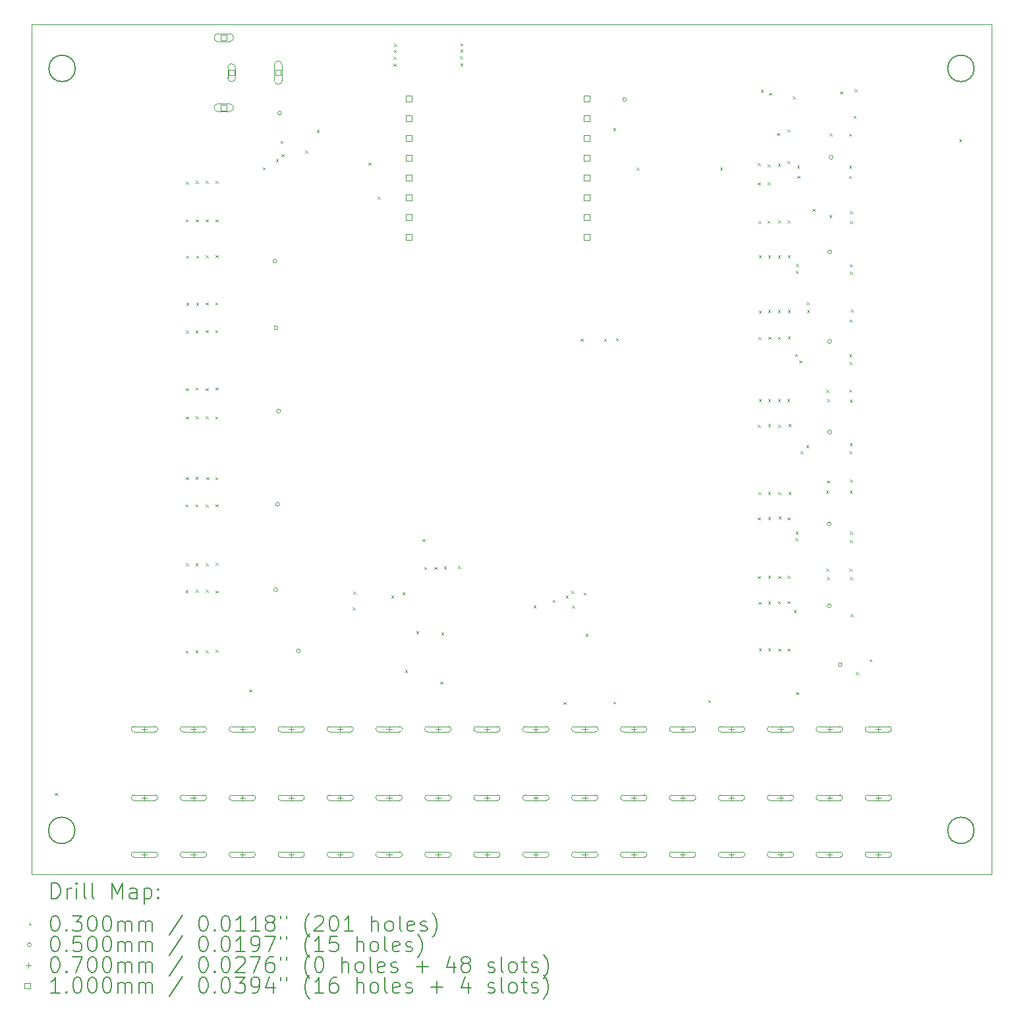
<source format=gbr>
%TF.GenerationSoftware,KiCad,Pcbnew,8.0.5*%
%TF.CreationDate,2024-12-17T00:54:36+08:00*%
%TF.ProjectId,hardware,68617264-7761-4726-952e-6b696361645f,rev?*%
%TF.SameCoordinates,Original*%
%TF.FileFunction,Drillmap*%
%TF.FilePolarity,Positive*%
%FSLAX45Y45*%
G04 Gerber Fmt 4.5, Leading zero omitted, Abs format (unit mm)*
G04 Created by KiCad (PCBNEW 8.0.5) date 2024-12-17 00:54:36*
%MOMM*%
%LPD*%
G01*
G04 APERTURE LIST*
%ADD10C,0.050000*%
%ADD11C,0.200000*%
%ADD12C,0.100000*%
G04 APERTURE END LIST*
D10*
X28134000Y-4348743D02*
X28127260Y-4348743D01*
X28127260Y-4348903D02*
X28115000Y-4348903D01*
X28134000Y-15229841D02*
X28134000Y-15260159D01*
X28134000Y-15229841D02*
X28134000Y-4348743D01*
X15793362Y-15260318D02*
X28134000Y-15260318D01*
X15793362Y-4348903D02*
X28115000Y-4348903D01*
X15793362Y-15260318D02*
X15793362Y-4348903D01*
D11*
X16352260Y-14700000D02*
G75*
G02*
X16012260Y-14700000I-170000J0D01*
G01*
X16012260Y-14700000D02*
G75*
G02*
X16352260Y-14700000I170000J0D01*
G01*
X16357260Y-4915000D02*
G75*
G02*
X16017260Y-4915000I-170000J0D01*
G01*
X16017260Y-4915000D02*
G75*
G02*
X16357260Y-4915000I170000J0D01*
G01*
X27907260Y-4915000D02*
G75*
G02*
X27567260Y-4915000I-170000J0D01*
G01*
X27567260Y-4915000D02*
G75*
G02*
X27907260Y-4915000I170000J0D01*
G01*
X27907260Y-14700000D02*
G75*
G02*
X27567260Y-14700000I-170000J0D01*
G01*
X27567260Y-14700000D02*
G75*
G02*
X27907260Y-14700000I170000J0D01*
G01*
D12*
X16095000Y-14220000D02*
X16125000Y-14250000D01*
X16125000Y-14220000D02*
X16095000Y-14250000D01*
X17775000Y-6855000D02*
X17805000Y-6885000D01*
X17805000Y-6855000D02*
X17775000Y-6885000D01*
X17775000Y-10510000D02*
X17805000Y-10540000D01*
X17805000Y-10510000D02*
X17775000Y-10540000D01*
X17775000Y-11615000D02*
X17805000Y-11645000D01*
X17805000Y-11615000D02*
X17775000Y-11645000D01*
X17775000Y-12390000D02*
X17805000Y-12420000D01*
X17805000Y-12390000D02*
X17775000Y-12420000D01*
X17778000Y-6365000D02*
X17808000Y-6395000D01*
X17808000Y-6365000D02*
X17778000Y-6395000D01*
X17780000Y-8280000D02*
X17810000Y-8310000D01*
X17810000Y-8280000D02*
X17780000Y-8310000D01*
X17780000Y-9020000D02*
X17810000Y-9050000D01*
X17810000Y-9020000D02*
X17780000Y-9050000D01*
X17780000Y-9385000D02*
X17810000Y-9415000D01*
X17810000Y-9385000D02*
X17780000Y-9415000D01*
X17780000Y-10165000D02*
X17810000Y-10195000D01*
X17810000Y-10165000D02*
X17780000Y-10195000D01*
X17780000Y-11270000D02*
X17810000Y-11300000D01*
X17810000Y-11270000D02*
X17780000Y-11300000D01*
X17785000Y-7320000D02*
X17815000Y-7350000D01*
X17815000Y-7320000D02*
X17785000Y-7350000D01*
X17785000Y-7925000D02*
X17815000Y-7955000D01*
X17815000Y-7925000D02*
X17785000Y-7955000D01*
X17900000Y-8280000D02*
X17930000Y-8310000D01*
X17930000Y-8280000D02*
X17900000Y-8310000D01*
X17900000Y-9015000D02*
X17930000Y-9045000D01*
X17930000Y-9015000D02*
X17900000Y-9045000D01*
X17900000Y-10160000D02*
X17930000Y-10190000D01*
X17930000Y-10160000D02*
X17900000Y-10190000D01*
X17900000Y-10510000D02*
X17930000Y-10540000D01*
X17930000Y-10510000D02*
X17900000Y-10540000D01*
X17900000Y-11270000D02*
X17930000Y-11300000D01*
X17930000Y-11270000D02*
X17900000Y-11300000D01*
X17900000Y-12385000D02*
X17930000Y-12415000D01*
X17930000Y-12385000D02*
X17900000Y-12415000D01*
X17905000Y-6360000D02*
X17935000Y-6390000D01*
X17935000Y-6360000D02*
X17905000Y-6390000D01*
X17905000Y-6855000D02*
X17935000Y-6885000D01*
X17935000Y-6855000D02*
X17905000Y-6885000D01*
X17905000Y-9380000D02*
X17935000Y-9410000D01*
X17935000Y-9380000D02*
X17905000Y-9410000D01*
X17905000Y-11610000D02*
X17935000Y-11640000D01*
X17935000Y-11610000D02*
X17905000Y-11640000D01*
X17910000Y-7320000D02*
X17940000Y-7350000D01*
X17940000Y-7320000D02*
X17910000Y-7350000D01*
X17910000Y-7925000D02*
X17940000Y-7955000D01*
X17940000Y-7925000D02*
X17910000Y-7955000D01*
X18035000Y-6360000D02*
X18065000Y-6390000D01*
X18065000Y-6360000D02*
X18035000Y-6390000D01*
X18035000Y-6855000D02*
X18065000Y-6885000D01*
X18065000Y-6855000D02*
X18035000Y-6885000D01*
X18035000Y-7315000D02*
X18065000Y-7345000D01*
X18065000Y-7315000D02*
X18035000Y-7345000D01*
X18035000Y-7920000D02*
X18065000Y-7950000D01*
X18065000Y-7920000D02*
X18035000Y-7950000D01*
X18035000Y-8275000D02*
X18065000Y-8305000D01*
X18065000Y-8275000D02*
X18035000Y-8305000D01*
X18035000Y-9020000D02*
X18065000Y-9050000D01*
X18065000Y-9020000D02*
X18035000Y-9050000D01*
X18035000Y-9380000D02*
X18065000Y-9410000D01*
X18065000Y-9380000D02*
X18035000Y-9410000D01*
X18035000Y-10515000D02*
X18065000Y-10545000D01*
X18065000Y-10515000D02*
X18035000Y-10545000D01*
X18035000Y-11270000D02*
X18065000Y-11300000D01*
X18065000Y-11270000D02*
X18035000Y-11300000D01*
X18035000Y-11610000D02*
X18065000Y-11640000D01*
X18065000Y-11610000D02*
X18035000Y-11640000D01*
X18035000Y-12385000D02*
X18065000Y-12415000D01*
X18065000Y-12385000D02*
X18035000Y-12415000D01*
X18040000Y-10165000D02*
X18070000Y-10195000D01*
X18070000Y-10165000D02*
X18040000Y-10195000D01*
X18155000Y-7920000D02*
X18185000Y-7950000D01*
X18185000Y-7920000D02*
X18155000Y-7950000D01*
X18155000Y-8275000D02*
X18185000Y-8305000D01*
X18185000Y-8275000D02*
X18155000Y-8305000D01*
X18155000Y-9385000D02*
X18185000Y-9415000D01*
X18185000Y-9385000D02*
X18155000Y-9415000D01*
X18155000Y-10165000D02*
X18185000Y-10195000D01*
X18185000Y-10165000D02*
X18155000Y-10195000D01*
X18160000Y-6360000D02*
X18190000Y-6390000D01*
X18190000Y-6360000D02*
X18160000Y-6390000D01*
X18160000Y-6855000D02*
X18190000Y-6885000D01*
X18190000Y-6855000D02*
X18160000Y-6885000D01*
X18160000Y-7310000D02*
X18190000Y-7340000D01*
X18190000Y-7310000D02*
X18160000Y-7340000D01*
X18160000Y-9015000D02*
X18190000Y-9045000D01*
X18190000Y-9015000D02*
X18160000Y-9045000D01*
X18160000Y-10510000D02*
X18190000Y-10540000D01*
X18190000Y-10510000D02*
X18160000Y-10540000D01*
X18160000Y-11260000D02*
X18190000Y-11290000D01*
X18190000Y-11260000D02*
X18160000Y-11290000D01*
X18160000Y-11620000D02*
X18190000Y-11650000D01*
X18190000Y-11620000D02*
X18160000Y-11650000D01*
X18160000Y-12380000D02*
X18190000Y-12410000D01*
X18190000Y-12380000D02*
X18160000Y-12410000D01*
X18590000Y-12890000D02*
X18620000Y-12920000D01*
X18620000Y-12890000D02*
X18590000Y-12920000D01*
X18765000Y-6185000D02*
X18795000Y-6215000D01*
X18795000Y-6185000D02*
X18765000Y-6215000D01*
X18935000Y-6080000D02*
X18965000Y-6110000D01*
X18965000Y-6080000D02*
X18935000Y-6110000D01*
X18995000Y-5845000D02*
X19025000Y-5875000D01*
X19025000Y-5845000D02*
X18995000Y-5875000D01*
X19005000Y-6015000D02*
X19035000Y-6045000D01*
X19035000Y-6015000D02*
X19005000Y-6045000D01*
X19310000Y-5970000D02*
X19340000Y-6000000D01*
X19340000Y-5970000D02*
X19310000Y-6000000D01*
X19460000Y-5705000D02*
X19490000Y-5735000D01*
X19490000Y-5705000D02*
X19460000Y-5735000D01*
X19920000Y-11835000D02*
X19950000Y-11865000D01*
X19950000Y-11835000D02*
X19920000Y-11865000D01*
X19930000Y-11635000D02*
X19960000Y-11665000D01*
X19960000Y-11635000D02*
X19930000Y-11665000D01*
X20125000Y-6125000D02*
X20155000Y-6155000D01*
X20155000Y-6125000D02*
X20125000Y-6155000D01*
X20245000Y-6560000D02*
X20275000Y-6590000D01*
X20275000Y-6560000D02*
X20245000Y-6590000D01*
X20415000Y-11685000D02*
X20445000Y-11715000D01*
X20445000Y-11685000D02*
X20415000Y-11715000D01*
X20445000Y-4765000D02*
X20475000Y-4795000D01*
X20475000Y-4765000D02*
X20445000Y-4795000D01*
X20445000Y-4855000D02*
X20475000Y-4885000D01*
X20475000Y-4855000D02*
X20445000Y-4885000D01*
X20450000Y-4680000D02*
X20480000Y-4710000D01*
X20480000Y-4680000D02*
X20450000Y-4710000D01*
X20455000Y-4600000D02*
X20485000Y-4630000D01*
X20485000Y-4600000D02*
X20455000Y-4630000D01*
X20560000Y-11640000D02*
X20590000Y-11670000D01*
X20590000Y-11640000D02*
X20560000Y-11670000D01*
X20595000Y-12640000D02*
X20625000Y-12670000D01*
X20625000Y-12640000D02*
X20595000Y-12670000D01*
X20740000Y-12140000D02*
X20770000Y-12170000D01*
X20770000Y-12140000D02*
X20740000Y-12170000D01*
X20820000Y-10960000D02*
X20850000Y-10990000D01*
X20850000Y-10960000D02*
X20820000Y-10990000D01*
X20840000Y-11315000D02*
X20870000Y-11345000D01*
X20870000Y-11315000D02*
X20840000Y-11345000D01*
X20970000Y-11315000D02*
X21000000Y-11345000D01*
X21000000Y-11315000D02*
X20970000Y-11345000D01*
X21045000Y-12790000D02*
X21075000Y-12820000D01*
X21075000Y-12790000D02*
X21045000Y-12820000D01*
X21060000Y-12160000D02*
X21090000Y-12190000D01*
X21090000Y-12160000D02*
X21060000Y-12190000D01*
X21094000Y-11310000D02*
X21124000Y-11340000D01*
X21124000Y-11310000D02*
X21094000Y-11340000D01*
X21275000Y-11305000D02*
X21305000Y-11335000D01*
X21305000Y-11305000D02*
X21275000Y-11335000D01*
X21300000Y-4760000D02*
X21330000Y-4790000D01*
X21330000Y-4760000D02*
X21300000Y-4790000D01*
X21305000Y-4595000D02*
X21335000Y-4625000D01*
X21335000Y-4595000D02*
X21305000Y-4625000D01*
X21305000Y-4675000D02*
X21335000Y-4705000D01*
X21335000Y-4675000D02*
X21305000Y-4705000D01*
X21305000Y-4850000D02*
X21335000Y-4880000D01*
X21335000Y-4850000D02*
X21305000Y-4880000D01*
X22245000Y-11810000D02*
X22275000Y-11840000D01*
X22275000Y-11810000D02*
X22245000Y-11840000D01*
X22490000Y-11740000D02*
X22520000Y-11770000D01*
X22520000Y-11740000D02*
X22490000Y-11770000D01*
X22630000Y-13050000D02*
X22660000Y-13080000D01*
X22660000Y-13050000D02*
X22630000Y-13080000D01*
X22660000Y-11685000D02*
X22690000Y-11715000D01*
X22690000Y-11685000D02*
X22660000Y-11715000D01*
X22730000Y-11625000D02*
X22760000Y-11655000D01*
X22760000Y-11625000D02*
X22730000Y-11655000D01*
X22740000Y-11810000D02*
X22770000Y-11840000D01*
X22770000Y-11810000D02*
X22740000Y-11840000D01*
X22850000Y-8385000D02*
X22880000Y-8415000D01*
X22880000Y-8385000D02*
X22850000Y-8415000D01*
X22890000Y-11645000D02*
X22920000Y-11675000D01*
X22920000Y-11645000D02*
X22890000Y-11675000D01*
X22915000Y-12175000D02*
X22945000Y-12205000D01*
X22945000Y-12175000D02*
X22915000Y-12205000D01*
X23150000Y-8385000D02*
X23180000Y-8415000D01*
X23180000Y-8385000D02*
X23150000Y-8415000D01*
X23270000Y-5680000D02*
X23300000Y-5710000D01*
X23300000Y-5680000D02*
X23270000Y-5710000D01*
X23270000Y-13045000D02*
X23300000Y-13075000D01*
X23300000Y-13045000D02*
X23270000Y-13075000D01*
X23305000Y-8380000D02*
X23335000Y-8410000D01*
X23335000Y-8380000D02*
X23305000Y-8410000D01*
X23570000Y-6190000D02*
X23600000Y-6220000D01*
X23600000Y-6190000D02*
X23570000Y-6220000D01*
X24490000Y-13025000D02*
X24520000Y-13055000D01*
X24520000Y-13025000D02*
X24490000Y-13055000D01*
X24640000Y-6190000D02*
X24670000Y-6220000D01*
X24670000Y-6190000D02*
X24640000Y-6220000D01*
X25130000Y-6130000D02*
X25160000Y-6160000D01*
X25160000Y-6130000D02*
X25130000Y-6160000D01*
X25130000Y-6380000D02*
X25160000Y-6410000D01*
X25160000Y-6380000D02*
X25130000Y-6410000D01*
X25130000Y-9490000D02*
X25160000Y-9520000D01*
X25160000Y-9490000D02*
X25130000Y-9520000D01*
X25130000Y-10680000D02*
X25160000Y-10710000D01*
X25160000Y-10680000D02*
X25130000Y-10710000D01*
X25130000Y-11435000D02*
X25160000Y-11465000D01*
X25160000Y-11435000D02*
X25130000Y-11465000D01*
X25135000Y-6875000D02*
X25165000Y-6905000D01*
X25165000Y-6875000D02*
X25135000Y-6905000D01*
X25135000Y-8365000D02*
X25165000Y-8395000D01*
X25165000Y-8365000D02*
X25135000Y-8395000D01*
X25135000Y-10355000D02*
X25165000Y-10385000D01*
X25165000Y-10355000D02*
X25135000Y-10385000D01*
X25135000Y-11765000D02*
X25165000Y-11795000D01*
X25165000Y-11765000D02*
X25135000Y-11795000D01*
X25140000Y-7315000D02*
X25170000Y-7345000D01*
X25170000Y-7315000D02*
X25140000Y-7345000D01*
X25140000Y-8025000D02*
X25170000Y-8055000D01*
X25170000Y-8025000D02*
X25140000Y-8055000D01*
X25140000Y-9160000D02*
X25170000Y-9190000D01*
X25170000Y-9160000D02*
X25140000Y-9190000D01*
X25140000Y-12360000D02*
X25170000Y-12390000D01*
X25170000Y-12360000D02*
X25140000Y-12390000D01*
X25165000Y-5190000D02*
X25195000Y-5220000D01*
X25195000Y-5190000D02*
X25165000Y-5220000D01*
X25250000Y-6870000D02*
X25280000Y-6900000D01*
X25280000Y-6870000D02*
X25250000Y-6900000D01*
X25255000Y-6145000D02*
X25285000Y-6175000D01*
X25285000Y-6145000D02*
X25255000Y-6175000D01*
X25255000Y-6375000D02*
X25285000Y-6405000D01*
X25285000Y-6375000D02*
X25255000Y-6405000D01*
X25260000Y-7315000D02*
X25290000Y-7345000D01*
X25290000Y-7315000D02*
X25260000Y-7345000D01*
X25260000Y-8020000D02*
X25290000Y-8050000D01*
X25290000Y-8020000D02*
X25260000Y-8050000D01*
X25260000Y-9160000D02*
X25290000Y-9190000D01*
X25290000Y-9160000D02*
X25260000Y-9190000D01*
X25260000Y-9485000D02*
X25290000Y-9515000D01*
X25290000Y-9485000D02*
X25260000Y-9515000D01*
X25260000Y-10355000D02*
X25290000Y-10385000D01*
X25290000Y-10355000D02*
X25260000Y-10385000D01*
X25260000Y-10675000D02*
X25290000Y-10705000D01*
X25290000Y-10675000D02*
X25260000Y-10705000D01*
X25260000Y-11430000D02*
X25290000Y-11460000D01*
X25290000Y-11430000D02*
X25260000Y-11460000D01*
X25260000Y-11760000D02*
X25290000Y-11790000D01*
X25290000Y-11760000D02*
X25260000Y-11790000D01*
X25260000Y-12360000D02*
X25290000Y-12390000D01*
X25290000Y-12360000D02*
X25260000Y-12390000D01*
X25265000Y-8360000D02*
X25295000Y-8390000D01*
X25295000Y-8360000D02*
X25265000Y-8390000D01*
X25270000Y-5230000D02*
X25300000Y-5260000D01*
X25300000Y-5230000D02*
X25270000Y-5260000D01*
X25375000Y-5745000D02*
X25405000Y-5775000D01*
X25405000Y-5745000D02*
X25375000Y-5775000D01*
X25385000Y-6140000D02*
X25415000Y-6170000D01*
X25415000Y-6140000D02*
X25385000Y-6170000D01*
X25385000Y-8020000D02*
X25415000Y-8050000D01*
X25415000Y-8020000D02*
X25385000Y-8050000D01*
X25385000Y-8360000D02*
X25415000Y-8390000D01*
X25415000Y-8360000D02*
X25385000Y-8390000D01*
X25385000Y-9160000D02*
X25415000Y-9190000D01*
X25415000Y-9160000D02*
X25385000Y-9190000D01*
X25385000Y-11755000D02*
X25415000Y-11785000D01*
X25415000Y-11755000D02*
X25385000Y-11785000D01*
X25387000Y-7315000D02*
X25417000Y-7345000D01*
X25417000Y-7315000D02*
X25387000Y-7345000D01*
X25390000Y-6865000D02*
X25420000Y-6895000D01*
X25420000Y-6865000D02*
X25390000Y-6895000D01*
X25390000Y-9490000D02*
X25420000Y-9520000D01*
X25420000Y-9490000D02*
X25390000Y-9520000D01*
X25390000Y-10355000D02*
X25420000Y-10385000D01*
X25420000Y-10355000D02*
X25390000Y-10385000D01*
X25390000Y-11435000D02*
X25420000Y-11465000D01*
X25420000Y-11435000D02*
X25390000Y-11465000D01*
X25390000Y-12365000D02*
X25420000Y-12395000D01*
X25420000Y-12365000D02*
X25390000Y-12395000D01*
X25395000Y-10670000D02*
X25425000Y-10700000D01*
X25425000Y-10670000D02*
X25395000Y-10700000D01*
X25505000Y-9160000D02*
X25535000Y-9190000D01*
X25535000Y-9160000D02*
X25505000Y-9190000D01*
X25510000Y-5700000D02*
X25540000Y-5730000D01*
X25540000Y-5700000D02*
X25510000Y-5730000D01*
X25510000Y-6105000D02*
X25540000Y-6135000D01*
X25540000Y-6105000D02*
X25510000Y-6135000D01*
X25510000Y-6865000D02*
X25540000Y-6895000D01*
X25540000Y-6865000D02*
X25510000Y-6895000D01*
X25510000Y-10680000D02*
X25540000Y-10710000D01*
X25540000Y-10680000D02*
X25510000Y-10710000D01*
X25510000Y-11430000D02*
X25540000Y-11460000D01*
X25540000Y-11430000D02*
X25510000Y-11460000D01*
X25510000Y-11755000D02*
X25540000Y-11785000D01*
X25540000Y-11755000D02*
X25510000Y-11785000D01*
X25510000Y-12365000D02*
X25540000Y-12395000D01*
X25540000Y-12365000D02*
X25510000Y-12395000D01*
X25514000Y-7315000D02*
X25544000Y-7345000D01*
X25544000Y-7315000D02*
X25514000Y-7345000D01*
X25515000Y-8020000D02*
X25545000Y-8050000D01*
X25545000Y-8020000D02*
X25515000Y-8050000D01*
X25515000Y-8355000D02*
X25545000Y-8385000D01*
X25545000Y-8355000D02*
X25515000Y-8385000D01*
X25520000Y-9485000D02*
X25550000Y-9515000D01*
X25550000Y-9485000D02*
X25520000Y-9515000D01*
X25520000Y-10355000D02*
X25550000Y-10385000D01*
X25550000Y-10355000D02*
X25520000Y-10385000D01*
X25575000Y-5275000D02*
X25605000Y-5305000D01*
X25605000Y-5275000D02*
X25575000Y-5305000D01*
X25590000Y-11870000D02*
X25620000Y-11900000D01*
X25620000Y-11870000D02*
X25590000Y-11900000D01*
X25605000Y-8580000D02*
X25635000Y-8610000D01*
X25635000Y-8580000D02*
X25605000Y-8610000D01*
X25610000Y-10950000D02*
X25640000Y-10980000D01*
X25640000Y-10950000D02*
X25610000Y-10980000D01*
X25615000Y-7515000D02*
X25645000Y-7545000D01*
X25645000Y-7515000D02*
X25615000Y-7545000D01*
X25615000Y-10865000D02*
X25645000Y-10895000D01*
X25645000Y-10865000D02*
X25615000Y-10895000D01*
X25620000Y-7425000D02*
X25650000Y-7455000D01*
X25650000Y-7425000D02*
X25620000Y-7455000D01*
X25620000Y-12925000D02*
X25650000Y-12955000D01*
X25650000Y-12925000D02*
X25620000Y-12955000D01*
X25630000Y-6165000D02*
X25660000Y-6195000D01*
X25660000Y-6165000D02*
X25630000Y-6195000D01*
X25635000Y-6295000D02*
X25665000Y-6325000D01*
X25665000Y-6295000D02*
X25635000Y-6325000D01*
X25660000Y-8665000D02*
X25690000Y-8695000D01*
X25690000Y-8665000D02*
X25660000Y-8695000D01*
X25680000Y-9830000D02*
X25710000Y-9860000D01*
X25710000Y-9830000D02*
X25680000Y-9860000D01*
X25750000Y-9755000D02*
X25780000Y-9785000D01*
X25780000Y-9755000D02*
X25750000Y-9785000D01*
X25755000Y-7915000D02*
X25785000Y-7945000D01*
X25785000Y-7915000D02*
X25755000Y-7945000D01*
X25760000Y-8020000D02*
X25790000Y-8050000D01*
X25790000Y-8020000D02*
X25760000Y-8050000D01*
X25830000Y-6720000D02*
X25860000Y-6750000D01*
X25860000Y-6720000D02*
X25830000Y-6750000D01*
X26005000Y-10340000D02*
X26035000Y-10370000D01*
X26035000Y-10340000D02*
X26005000Y-10370000D01*
X26010000Y-9045000D02*
X26040000Y-9075000D01*
X26040000Y-9045000D02*
X26010000Y-9075000D01*
X26010000Y-11335000D02*
X26040000Y-11365000D01*
X26040000Y-11335000D02*
X26010000Y-11365000D01*
X26015000Y-9160000D02*
X26045000Y-9190000D01*
X26045000Y-9160000D02*
X26015000Y-9190000D01*
X26015000Y-10205000D02*
X26045000Y-10235000D01*
X26045000Y-10205000D02*
X26015000Y-10235000D01*
X26015000Y-11445000D02*
X26045000Y-11475000D01*
X26045000Y-11445000D02*
X26015000Y-11475000D01*
X26045000Y-6800000D02*
X26075000Y-6830000D01*
X26075000Y-6800000D02*
X26045000Y-6830000D01*
X26050000Y-5750000D02*
X26080000Y-5780000D01*
X26080000Y-5750000D02*
X26050000Y-5780000D01*
X26185000Y-5210000D02*
X26215000Y-5240000D01*
X26215000Y-5210000D02*
X26185000Y-5240000D01*
X26300000Y-5755000D02*
X26330000Y-5785000D01*
X26330000Y-5755000D02*
X26300000Y-5785000D01*
X26300000Y-6165000D02*
X26330000Y-6195000D01*
X26330000Y-6165000D02*
X26300000Y-6195000D01*
X26300000Y-6295000D02*
X26330000Y-6325000D01*
X26330000Y-6295000D02*
X26300000Y-6325000D01*
X26300000Y-8585000D02*
X26330000Y-8615000D01*
X26330000Y-8585000D02*
X26300000Y-8615000D01*
X26300000Y-9040000D02*
X26330000Y-9070000D01*
X26330000Y-9040000D02*
X26300000Y-9070000D01*
X26305000Y-8685000D02*
X26335000Y-8715000D01*
X26335000Y-8685000D02*
X26305000Y-8715000D01*
X26305000Y-9830000D02*
X26335000Y-9860000D01*
X26335000Y-9830000D02*
X26305000Y-9860000D01*
X26305000Y-11335000D02*
X26335000Y-11365000D01*
X26335000Y-11335000D02*
X26305000Y-11365000D01*
X26310000Y-7430000D02*
X26340000Y-7460000D01*
X26340000Y-7430000D02*
X26310000Y-7460000D01*
X26310000Y-8140000D02*
X26340000Y-8170000D01*
X26340000Y-8140000D02*
X26310000Y-8170000D01*
X26310000Y-9170000D02*
X26340000Y-9200000D01*
X26340000Y-9170000D02*
X26310000Y-9200000D01*
X26310000Y-9730000D02*
X26340000Y-9760000D01*
X26340000Y-9730000D02*
X26310000Y-9760000D01*
X26310000Y-10340000D02*
X26340000Y-10370000D01*
X26340000Y-10340000D02*
X26310000Y-10370000D01*
X26315000Y-6750000D02*
X26345000Y-6780000D01*
X26345000Y-6750000D02*
X26315000Y-6780000D01*
X26315000Y-6875000D02*
X26345000Y-6905000D01*
X26345000Y-6875000D02*
X26315000Y-6905000D01*
X26315000Y-7525000D02*
X26345000Y-7555000D01*
X26345000Y-7525000D02*
X26315000Y-7555000D01*
X26315000Y-10195000D02*
X26345000Y-10225000D01*
X26345000Y-10195000D02*
X26315000Y-10225000D01*
X26315000Y-10865000D02*
X26345000Y-10895000D01*
X26345000Y-10865000D02*
X26315000Y-10895000D01*
X26315000Y-10975000D02*
X26345000Y-11005000D01*
X26345000Y-10975000D02*
X26315000Y-11005000D01*
X26315000Y-11445000D02*
X26345000Y-11475000D01*
X26345000Y-11445000D02*
X26315000Y-11475000D01*
X26320000Y-8010000D02*
X26350000Y-8040000D01*
X26350000Y-8010000D02*
X26320000Y-8040000D01*
X26320000Y-11920000D02*
X26350000Y-11950000D01*
X26350000Y-11920000D02*
X26320000Y-11950000D01*
X26360000Y-5525000D02*
X26390000Y-5555000D01*
X26390000Y-5525000D02*
X26360000Y-5555000D01*
X26375000Y-5180000D02*
X26405000Y-5210000D01*
X26405000Y-5180000D02*
X26375000Y-5210000D01*
X26390000Y-12665000D02*
X26420000Y-12695000D01*
X26420000Y-12665000D02*
X26390000Y-12695000D01*
X26565000Y-12500000D02*
X26595000Y-12530000D01*
X26595000Y-12500000D02*
X26565000Y-12530000D01*
X27715000Y-5825000D02*
X27745000Y-5855000D01*
X27745000Y-5825000D02*
X27715000Y-5855000D01*
X18945000Y-7390000D02*
G75*
G02*
X18895000Y-7390000I-25000J0D01*
G01*
X18895000Y-7390000D02*
G75*
G02*
X18945000Y-7390000I25000J0D01*
G01*
X18955000Y-11610000D02*
G75*
G02*
X18905000Y-11610000I-25000J0D01*
G01*
X18905000Y-11610000D02*
G75*
G02*
X18955000Y-11610000I25000J0D01*
G01*
X18960000Y-8245000D02*
G75*
G02*
X18910000Y-8245000I-25000J0D01*
G01*
X18910000Y-8245000D02*
G75*
G02*
X18960000Y-8245000I25000J0D01*
G01*
X18980000Y-10510000D02*
G75*
G02*
X18930000Y-10510000I-25000J0D01*
G01*
X18930000Y-10510000D02*
G75*
G02*
X18980000Y-10510000I25000J0D01*
G01*
X18995000Y-9315000D02*
G75*
G02*
X18945000Y-9315000I-25000J0D01*
G01*
X18945000Y-9315000D02*
G75*
G02*
X18995000Y-9315000I25000J0D01*
G01*
X19007500Y-5487500D02*
G75*
G02*
X18957500Y-5487500I-25000J0D01*
G01*
X18957500Y-5487500D02*
G75*
G02*
X19007500Y-5487500I25000J0D01*
G01*
X19250000Y-12395000D02*
G75*
G02*
X19200000Y-12395000I-25000J0D01*
G01*
X19200000Y-12395000D02*
G75*
G02*
X19250000Y-12395000I25000J0D01*
G01*
X23440000Y-5315000D02*
G75*
G02*
X23390000Y-5315000I-25000J0D01*
G01*
X23390000Y-5315000D02*
G75*
G02*
X23440000Y-5315000I25000J0D01*
G01*
X26070000Y-10765000D02*
G75*
G02*
X26020000Y-10765000I-25000J0D01*
G01*
X26020000Y-10765000D02*
G75*
G02*
X26070000Y-10765000I25000J0D01*
G01*
X26070000Y-11815000D02*
G75*
G02*
X26020000Y-11815000I-25000J0D01*
G01*
X26020000Y-11815000D02*
G75*
G02*
X26070000Y-11815000I25000J0D01*
G01*
X26075000Y-7270000D02*
G75*
G02*
X26025000Y-7270000I-25000J0D01*
G01*
X26025000Y-7270000D02*
G75*
G02*
X26075000Y-7270000I25000J0D01*
G01*
X26075000Y-8420000D02*
G75*
G02*
X26025000Y-8420000I-25000J0D01*
G01*
X26025000Y-8420000D02*
G75*
G02*
X26075000Y-8420000I25000J0D01*
G01*
X26075000Y-9585000D02*
G75*
G02*
X26025000Y-9585000I-25000J0D01*
G01*
X26025000Y-9585000D02*
G75*
G02*
X26075000Y-9585000I25000J0D01*
G01*
X26092500Y-6057500D02*
G75*
G02*
X26042500Y-6057500I-25000J0D01*
G01*
X26042500Y-6057500D02*
G75*
G02*
X26092500Y-6057500I25000J0D01*
G01*
X26210000Y-12570000D02*
G75*
G02*
X26160000Y-12570000I-25000J0D01*
G01*
X26160000Y-12570000D02*
G75*
G02*
X26210000Y-12570000I25000J0D01*
G01*
X17246001Y-13365000D02*
X17246001Y-13435000D01*
X17211001Y-13400000D02*
X17281001Y-13400000D01*
X17381001Y-13365000D02*
X17111001Y-13365000D01*
X17111001Y-13435000D02*
G75*
G02*
X17111001Y-13365000I0J35000D01*
G01*
X17111001Y-13435000D02*
X17381001Y-13435000D01*
X17381001Y-13435000D02*
G75*
G03*
X17381001Y-13365000I0J35000D01*
G01*
X17246001Y-14245000D02*
X17246001Y-14315000D01*
X17211001Y-14280000D02*
X17281001Y-14280000D01*
X17381001Y-14245000D02*
X17111001Y-14245000D01*
X17111001Y-14315000D02*
G75*
G02*
X17111001Y-14245000I0J35000D01*
G01*
X17111001Y-14315000D02*
X17381001Y-14315000D01*
X17381001Y-14315000D02*
G75*
G03*
X17381001Y-14245000I0J35000D01*
G01*
X17246001Y-14975000D02*
X17246001Y-15045000D01*
X17211001Y-15010000D02*
X17281001Y-15010000D01*
X17381001Y-14975000D02*
X17111001Y-14975000D01*
X17111001Y-15045000D02*
G75*
G02*
X17111001Y-14975000I0J35000D01*
G01*
X17111001Y-15045000D02*
X17381001Y-15045000D01*
X17381001Y-15045000D02*
G75*
G03*
X17381001Y-14975000I0J35000D01*
G01*
X17874668Y-13365000D02*
X17874668Y-13435000D01*
X17839668Y-13400000D02*
X17909668Y-13400000D01*
X18009668Y-13365000D02*
X17739668Y-13365000D01*
X17739668Y-13435000D02*
G75*
G02*
X17739668Y-13365000I0J35000D01*
G01*
X17739668Y-13435000D02*
X18009668Y-13435000D01*
X18009668Y-13435000D02*
G75*
G03*
X18009668Y-13365000I0J35000D01*
G01*
X17874668Y-14245000D02*
X17874668Y-14315000D01*
X17839668Y-14280000D02*
X17909668Y-14280000D01*
X18009668Y-14245000D02*
X17739668Y-14245000D01*
X17739668Y-14315000D02*
G75*
G02*
X17739668Y-14245000I0J35000D01*
G01*
X17739668Y-14315000D02*
X18009668Y-14315000D01*
X18009668Y-14315000D02*
G75*
G03*
X18009668Y-14245000I0J35000D01*
G01*
X17874668Y-14975000D02*
X17874668Y-15045000D01*
X17839668Y-15010000D02*
X17909668Y-15010000D01*
X18009668Y-14975000D02*
X17739668Y-14975000D01*
X17739668Y-15045000D02*
G75*
G02*
X17739668Y-14975000I0J35000D01*
G01*
X17739668Y-15045000D02*
X18009668Y-15045000D01*
X18009668Y-15045000D02*
G75*
G03*
X18009668Y-14975000I0J35000D01*
G01*
X18503334Y-13365000D02*
X18503334Y-13435000D01*
X18468334Y-13400000D02*
X18538334Y-13400000D01*
X18638334Y-13365000D02*
X18368334Y-13365000D01*
X18368334Y-13435000D02*
G75*
G02*
X18368334Y-13365000I0J35000D01*
G01*
X18368334Y-13435000D02*
X18638334Y-13435000D01*
X18638334Y-13435000D02*
G75*
G03*
X18638334Y-13365000I0J35000D01*
G01*
X18503334Y-14245000D02*
X18503334Y-14315000D01*
X18468334Y-14280000D02*
X18538334Y-14280000D01*
X18638334Y-14245000D02*
X18368334Y-14245000D01*
X18368334Y-14315000D02*
G75*
G02*
X18368334Y-14245000I0J35000D01*
G01*
X18368334Y-14315000D02*
X18638334Y-14315000D01*
X18638334Y-14315000D02*
G75*
G03*
X18638334Y-14245000I0J35000D01*
G01*
X18503334Y-14975000D02*
X18503334Y-15045000D01*
X18468334Y-15010000D02*
X18538334Y-15010000D01*
X18638334Y-14975000D02*
X18368334Y-14975000D01*
X18368334Y-15045000D02*
G75*
G02*
X18368334Y-14975000I0J35000D01*
G01*
X18368334Y-15045000D02*
X18638334Y-15045000D01*
X18638334Y-15045000D02*
G75*
G03*
X18638334Y-14975000I0J35000D01*
G01*
X19132001Y-13365000D02*
X19132001Y-13435000D01*
X19097001Y-13400000D02*
X19167001Y-13400000D01*
X19267001Y-13365000D02*
X18997001Y-13365000D01*
X18997001Y-13435000D02*
G75*
G02*
X18997001Y-13365000I0J35000D01*
G01*
X18997001Y-13435000D02*
X19267001Y-13435000D01*
X19267001Y-13435000D02*
G75*
G03*
X19267001Y-13365000I0J35000D01*
G01*
X19132001Y-14245000D02*
X19132001Y-14315000D01*
X19097001Y-14280000D02*
X19167001Y-14280000D01*
X19267001Y-14245000D02*
X18997001Y-14245000D01*
X18997001Y-14315000D02*
G75*
G02*
X18997001Y-14245000I0J35000D01*
G01*
X18997001Y-14315000D02*
X19267001Y-14315000D01*
X19267001Y-14315000D02*
G75*
G03*
X19267001Y-14245000I0J35000D01*
G01*
X19132001Y-14975000D02*
X19132001Y-15045000D01*
X19097001Y-15010000D02*
X19167001Y-15010000D01*
X19267001Y-14975000D02*
X18997001Y-14975000D01*
X18997001Y-15045000D02*
G75*
G02*
X18997001Y-14975000I0J35000D01*
G01*
X18997001Y-15045000D02*
X19267001Y-15045000D01*
X19267001Y-15045000D02*
G75*
G03*
X19267001Y-14975000I0J35000D01*
G01*
X19760667Y-13365000D02*
X19760667Y-13435000D01*
X19725667Y-13400000D02*
X19795667Y-13400000D01*
X19895667Y-13365000D02*
X19625667Y-13365000D01*
X19625667Y-13435000D02*
G75*
G02*
X19625667Y-13365000I0J35000D01*
G01*
X19625667Y-13435000D02*
X19895667Y-13435000D01*
X19895667Y-13435000D02*
G75*
G03*
X19895667Y-13365000I0J35000D01*
G01*
X19760667Y-14245000D02*
X19760667Y-14315000D01*
X19725667Y-14280000D02*
X19795667Y-14280000D01*
X19895667Y-14245000D02*
X19625667Y-14245000D01*
X19625667Y-14315000D02*
G75*
G02*
X19625667Y-14245000I0J35000D01*
G01*
X19625667Y-14315000D02*
X19895667Y-14315000D01*
X19895667Y-14315000D02*
G75*
G03*
X19895667Y-14245000I0J35000D01*
G01*
X19760667Y-14975000D02*
X19760667Y-15045000D01*
X19725667Y-15010000D02*
X19795667Y-15010000D01*
X19895667Y-14975000D02*
X19625667Y-14975000D01*
X19625667Y-15045000D02*
G75*
G02*
X19625667Y-14975000I0J35000D01*
G01*
X19625667Y-15045000D02*
X19895667Y-15045000D01*
X19895667Y-15045000D02*
G75*
G03*
X19895667Y-14975000I0J35000D01*
G01*
X20389334Y-13365000D02*
X20389334Y-13435000D01*
X20354334Y-13400000D02*
X20424334Y-13400000D01*
X20524334Y-13365000D02*
X20254334Y-13365000D01*
X20254334Y-13435000D02*
G75*
G02*
X20254334Y-13365000I0J35000D01*
G01*
X20254334Y-13435000D02*
X20524334Y-13435000D01*
X20524334Y-13435000D02*
G75*
G03*
X20524334Y-13365000I0J35000D01*
G01*
X20389334Y-14245000D02*
X20389334Y-14315000D01*
X20354334Y-14280000D02*
X20424334Y-14280000D01*
X20524334Y-14245000D02*
X20254334Y-14245000D01*
X20254334Y-14315000D02*
G75*
G02*
X20254334Y-14245000I0J35000D01*
G01*
X20254334Y-14315000D02*
X20524334Y-14315000D01*
X20524334Y-14315000D02*
G75*
G03*
X20524334Y-14245000I0J35000D01*
G01*
X20389334Y-14975000D02*
X20389334Y-15045000D01*
X20354334Y-15010000D02*
X20424334Y-15010000D01*
X20524334Y-14975000D02*
X20254334Y-14975000D01*
X20254334Y-15045000D02*
G75*
G02*
X20254334Y-14975000I0J35000D01*
G01*
X20254334Y-15045000D02*
X20524334Y-15045000D01*
X20524334Y-15045000D02*
G75*
G03*
X20524334Y-14975000I0J35000D01*
G01*
X21018001Y-13365000D02*
X21018001Y-13435000D01*
X20983001Y-13400000D02*
X21053001Y-13400000D01*
X21153001Y-13365000D02*
X20883001Y-13365000D01*
X20883001Y-13435000D02*
G75*
G02*
X20883001Y-13365000I0J35000D01*
G01*
X20883001Y-13435000D02*
X21153001Y-13435000D01*
X21153001Y-13435000D02*
G75*
G03*
X21153001Y-13365000I0J35000D01*
G01*
X21018001Y-14245000D02*
X21018001Y-14315000D01*
X20983001Y-14280000D02*
X21053001Y-14280000D01*
X21153001Y-14245000D02*
X20883001Y-14245000D01*
X20883001Y-14315000D02*
G75*
G02*
X20883001Y-14245000I0J35000D01*
G01*
X20883001Y-14315000D02*
X21153001Y-14315000D01*
X21153001Y-14315000D02*
G75*
G03*
X21153001Y-14245000I0J35000D01*
G01*
X21018001Y-14975000D02*
X21018001Y-15045000D01*
X20983001Y-15010000D02*
X21053001Y-15010000D01*
X21153001Y-14975000D02*
X20883001Y-14975000D01*
X20883001Y-15045000D02*
G75*
G02*
X20883001Y-14975000I0J35000D01*
G01*
X20883001Y-15045000D02*
X21153001Y-15045000D01*
X21153001Y-15045000D02*
G75*
G03*
X21153001Y-14975000I0J35000D01*
G01*
X21646667Y-13365000D02*
X21646667Y-13435000D01*
X21611667Y-13400000D02*
X21681667Y-13400000D01*
X21781667Y-13365000D02*
X21511667Y-13365000D01*
X21511667Y-13435000D02*
G75*
G02*
X21511667Y-13365000I0J35000D01*
G01*
X21511667Y-13435000D02*
X21781667Y-13435000D01*
X21781667Y-13435000D02*
G75*
G03*
X21781667Y-13365000I0J35000D01*
G01*
X21646667Y-14245000D02*
X21646667Y-14315000D01*
X21611667Y-14280000D02*
X21681667Y-14280000D01*
X21781667Y-14245000D02*
X21511667Y-14245000D01*
X21511667Y-14315000D02*
G75*
G02*
X21511667Y-14245000I0J35000D01*
G01*
X21511667Y-14315000D02*
X21781667Y-14315000D01*
X21781667Y-14315000D02*
G75*
G03*
X21781667Y-14245000I0J35000D01*
G01*
X21646667Y-14975000D02*
X21646667Y-15045000D01*
X21611667Y-15010000D02*
X21681667Y-15010000D01*
X21781667Y-14975000D02*
X21511667Y-14975000D01*
X21511667Y-15045000D02*
G75*
G02*
X21511667Y-14975000I0J35000D01*
G01*
X21511667Y-15045000D02*
X21781667Y-15045000D01*
X21781667Y-15045000D02*
G75*
G03*
X21781667Y-14975000I0J35000D01*
G01*
X22275334Y-13365000D02*
X22275334Y-13435000D01*
X22240334Y-13400000D02*
X22310334Y-13400000D01*
X22410334Y-13365000D02*
X22140334Y-13365000D01*
X22140334Y-13435000D02*
G75*
G02*
X22140334Y-13365000I0J35000D01*
G01*
X22140334Y-13435000D02*
X22410334Y-13435000D01*
X22410334Y-13435000D02*
G75*
G03*
X22410334Y-13365000I0J35000D01*
G01*
X22275334Y-14245000D02*
X22275334Y-14315000D01*
X22240334Y-14280000D02*
X22310334Y-14280000D01*
X22410334Y-14245000D02*
X22140334Y-14245000D01*
X22140334Y-14315000D02*
G75*
G02*
X22140334Y-14245000I0J35000D01*
G01*
X22140334Y-14315000D02*
X22410334Y-14315000D01*
X22410334Y-14315000D02*
G75*
G03*
X22410334Y-14245000I0J35000D01*
G01*
X22275334Y-14975000D02*
X22275334Y-15045000D01*
X22240334Y-15010000D02*
X22310334Y-15010000D01*
X22410334Y-14975000D02*
X22140334Y-14975000D01*
X22140334Y-15045000D02*
G75*
G02*
X22140334Y-14975000I0J35000D01*
G01*
X22140334Y-15045000D02*
X22410334Y-15045000D01*
X22410334Y-15045000D02*
G75*
G03*
X22410334Y-14975000I0J35000D01*
G01*
X22904000Y-13365000D02*
X22904000Y-13435000D01*
X22869000Y-13400000D02*
X22939000Y-13400000D01*
X23039000Y-13365000D02*
X22769000Y-13365000D01*
X22769000Y-13435000D02*
G75*
G02*
X22769000Y-13365000I0J35000D01*
G01*
X22769000Y-13435000D02*
X23039000Y-13435000D01*
X23039000Y-13435000D02*
G75*
G03*
X23039000Y-13365000I0J35000D01*
G01*
X22904000Y-14245000D02*
X22904000Y-14315000D01*
X22869000Y-14280000D02*
X22939000Y-14280000D01*
X23039000Y-14245000D02*
X22769000Y-14245000D01*
X22769000Y-14315000D02*
G75*
G02*
X22769000Y-14245000I0J35000D01*
G01*
X22769000Y-14315000D02*
X23039000Y-14315000D01*
X23039000Y-14315000D02*
G75*
G03*
X23039000Y-14245000I0J35000D01*
G01*
X22904000Y-14975000D02*
X22904000Y-15045000D01*
X22869000Y-15010000D02*
X22939000Y-15010000D01*
X23039000Y-14975000D02*
X22769000Y-14975000D01*
X22769000Y-15045000D02*
G75*
G02*
X22769000Y-14975000I0J35000D01*
G01*
X22769000Y-15045000D02*
X23039000Y-15045000D01*
X23039000Y-15045000D02*
G75*
G03*
X23039000Y-14975000I0J35000D01*
G01*
X23532667Y-13365000D02*
X23532667Y-13435000D01*
X23497667Y-13400000D02*
X23567667Y-13400000D01*
X23667667Y-13365000D02*
X23397667Y-13365000D01*
X23397667Y-13435000D02*
G75*
G02*
X23397667Y-13365000I0J35000D01*
G01*
X23397667Y-13435000D02*
X23667667Y-13435000D01*
X23667667Y-13435000D02*
G75*
G03*
X23667667Y-13365000I0J35000D01*
G01*
X23532667Y-14245000D02*
X23532667Y-14315000D01*
X23497667Y-14280000D02*
X23567667Y-14280000D01*
X23667667Y-14245000D02*
X23397667Y-14245000D01*
X23397667Y-14315000D02*
G75*
G02*
X23397667Y-14245000I0J35000D01*
G01*
X23397667Y-14315000D02*
X23667667Y-14315000D01*
X23667667Y-14315000D02*
G75*
G03*
X23667667Y-14245000I0J35000D01*
G01*
X23532667Y-14975000D02*
X23532667Y-15045000D01*
X23497667Y-15010000D02*
X23567667Y-15010000D01*
X23667667Y-14975000D02*
X23397667Y-14975000D01*
X23397667Y-15045000D02*
G75*
G02*
X23397667Y-14975000I0J35000D01*
G01*
X23397667Y-15045000D02*
X23667667Y-15045000D01*
X23667667Y-15045000D02*
G75*
G03*
X23667667Y-14975000I0J35000D01*
G01*
X24161334Y-13365000D02*
X24161334Y-13435000D01*
X24126334Y-13400000D02*
X24196334Y-13400000D01*
X24296334Y-13365000D02*
X24026334Y-13365000D01*
X24026334Y-13435000D02*
G75*
G02*
X24026334Y-13365000I0J35000D01*
G01*
X24026334Y-13435000D02*
X24296334Y-13435000D01*
X24296334Y-13435000D02*
G75*
G03*
X24296334Y-13365000I0J35000D01*
G01*
X24161334Y-14245000D02*
X24161334Y-14315000D01*
X24126334Y-14280000D02*
X24196334Y-14280000D01*
X24296334Y-14245000D02*
X24026334Y-14245000D01*
X24026334Y-14315000D02*
G75*
G02*
X24026334Y-14245000I0J35000D01*
G01*
X24026334Y-14315000D02*
X24296334Y-14315000D01*
X24296334Y-14315000D02*
G75*
G03*
X24296334Y-14245000I0J35000D01*
G01*
X24161334Y-14975000D02*
X24161334Y-15045000D01*
X24126334Y-15010000D02*
X24196334Y-15010000D01*
X24296334Y-14975000D02*
X24026334Y-14975000D01*
X24026334Y-15045000D02*
G75*
G02*
X24026334Y-14975000I0J35000D01*
G01*
X24026334Y-15045000D02*
X24296334Y-15045000D01*
X24296334Y-15045000D02*
G75*
G03*
X24296334Y-14975000I0J35000D01*
G01*
X24790000Y-13365000D02*
X24790000Y-13435000D01*
X24755000Y-13400000D02*
X24825000Y-13400000D01*
X24925000Y-13365000D02*
X24655000Y-13365000D01*
X24655000Y-13435000D02*
G75*
G02*
X24655000Y-13365000I0J35000D01*
G01*
X24655000Y-13435000D02*
X24925000Y-13435000D01*
X24925000Y-13435000D02*
G75*
G03*
X24925000Y-13365000I0J35000D01*
G01*
X24790000Y-14245000D02*
X24790000Y-14315000D01*
X24755000Y-14280000D02*
X24825000Y-14280000D01*
X24925000Y-14245000D02*
X24655000Y-14245000D01*
X24655000Y-14315000D02*
G75*
G02*
X24655000Y-14245000I0J35000D01*
G01*
X24655000Y-14315000D02*
X24925000Y-14315000D01*
X24925000Y-14315000D02*
G75*
G03*
X24925000Y-14245000I0J35000D01*
G01*
X24790000Y-14975000D02*
X24790000Y-15045000D01*
X24755000Y-15010000D02*
X24825000Y-15010000D01*
X24925000Y-14975000D02*
X24655000Y-14975000D01*
X24655000Y-15045000D02*
G75*
G02*
X24655000Y-14975000I0J35000D01*
G01*
X24655000Y-15045000D02*
X24925000Y-15045000D01*
X24925000Y-15045000D02*
G75*
G03*
X24925000Y-14975000I0J35000D01*
G01*
X25418667Y-13365000D02*
X25418667Y-13435000D01*
X25383667Y-13400000D02*
X25453667Y-13400000D01*
X25553667Y-13365000D02*
X25283667Y-13365000D01*
X25283667Y-13435000D02*
G75*
G02*
X25283667Y-13365000I0J35000D01*
G01*
X25283667Y-13435000D02*
X25553667Y-13435000D01*
X25553667Y-13435000D02*
G75*
G03*
X25553667Y-13365000I0J35000D01*
G01*
X25418667Y-14245000D02*
X25418667Y-14315000D01*
X25383667Y-14280000D02*
X25453667Y-14280000D01*
X25553667Y-14245000D02*
X25283667Y-14245000D01*
X25283667Y-14315000D02*
G75*
G02*
X25283667Y-14245000I0J35000D01*
G01*
X25283667Y-14315000D02*
X25553667Y-14315000D01*
X25553667Y-14315000D02*
G75*
G03*
X25553667Y-14245000I0J35000D01*
G01*
X25418667Y-14975000D02*
X25418667Y-15045000D01*
X25383667Y-15010000D02*
X25453667Y-15010000D01*
X25553667Y-14975000D02*
X25283667Y-14975000D01*
X25283667Y-15045000D02*
G75*
G02*
X25283667Y-14975000I0J35000D01*
G01*
X25283667Y-15045000D02*
X25553667Y-15045000D01*
X25553667Y-15045000D02*
G75*
G03*
X25553667Y-14975000I0J35000D01*
G01*
X26047333Y-13365000D02*
X26047333Y-13435000D01*
X26012333Y-13400000D02*
X26082333Y-13400000D01*
X26182333Y-13365000D02*
X25912333Y-13365000D01*
X25912333Y-13435000D02*
G75*
G02*
X25912333Y-13365000I0J35000D01*
G01*
X25912333Y-13435000D02*
X26182333Y-13435000D01*
X26182333Y-13435000D02*
G75*
G03*
X26182333Y-13365000I0J35000D01*
G01*
X26047333Y-14245000D02*
X26047333Y-14315000D01*
X26012333Y-14280000D02*
X26082333Y-14280000D01*
X26182333Y-14245000D02*
X25912333Y-14245000D01*
X25912333Y-14315000D02*
G75*
G02*
X25912333Y-14245000I0J35000D01*
G01*
X25912333Y-14315000D02*
X26182333Y-14315000D01*
X26182333Y-14315000D02*
G75*
G03*
X26182333Y-14245000I0J35000D01*
G01*
X26047333Y-14975000D02*
X26047333Y-15045000D01*
X26012333Y-15010000D02*
X26082333Y-15010000D01*
X26182333Y-14975000D02*
X25912333Y-14975000D01*
X25912333Y-15045000D02*
G75*
G02*
X25912333Y-14975000I0J35000D01*
G01*
X25912333Y-15045000D02*
X26182333Y-15045000D01*
X26182333Y-15045000D02*
G75*
G03*
X26182333Y-14975000I0J35000D01*
G01*
X26676000Y-13365000D02*
X26676000Y-13435000D01*
X26641000Y-13400000D02*
X26711000Y-13400000D01*
X26811000Y-13365000D02*
X26541000Y-13365000D01*
X26541000Y-13435000D02*
G75*
G02*
X26541000Y-13365000I0J35000D01*
G01*
X26541000Y-13435000D02*
X26811000Y-13435000D01*
X26811000Y-13435000D02*
G75*
G03*
X26811000Y-13365000I0J35000D01*
G01*
X26676000Y-14245000D02*
X26676000Y-14315000D01*
X26641000Y-14280000D02*
X26711000Y-14280000D01*
X26811000Y-14245000D02*
X26541000Y-14245000D01*
X26541000Y-14315000D02*
G75*
G02*
X26541000Y-14245000I0J35000D01*
G01*
X26541000Y-14315000D02*
X26811000Y-14315000D01*
X26811000Y-14315000D02*
G75*
G03*
X26811000Y-14245000I0J35000D01*
G01*
X26676000Y-14975000D02*
X26676000Y-15045000D01*
X26641000Y-15010000D02*
X26711000Y-15010000D01*
X26811000Y-14975000D02*
X26541000Y-14975000D01*
X26541000Y-15045000D02*
G75*
G02*
X26541000Y-14975000I0J35000D01*
G01*
X26541000Y-15045000D02*
X26811000Y-15045000D01*
X26811000Y-15045000D02*
G75*
G03*
X26811000Y-14975000I0J35000D01*
G01*
X18300356Y-4555356D02*
X18300356Y-4484644D01*
X18229644Y-4484644D01*
X18229644Y-4555356D01*
X18300356Y-4555356D01*
X18340000Y-4470000D02*
X18190000Y-4470000D01*
X18190000Y-4570000D02*
G75*
G02*
X18190000Y-4470000I0J50000D01*
G01*
X18190000Y-4570000D02*
X18340000Y-4570000D01*
X18340000Y-4570000D02*
G75*
G03*
X18340000Y-4470000I0J50000D01*
G01*
X18300356Y-5455356D02*
X18300356Y-5384644D01*
X18229644Y-5384644D01*
X18229644Y-5455356D01*
X18300356Y-5455356D01*
X18340000Y-5370000D02*
X18190000Y-5370000D01*
X18190000Y-5470000D02*
G75*
G02*
X18190000Y-5370000I0J50000D01*
G01*
X18190000Y-5470000D02*
X18340000Y-5470000D01*
X18340000Y-5470000D02*
G75*
G03*
X18340000Y-5370000I0J50000D01*
G01*
X18400356Y-5005356D02*
X18400356Y-4934644D01*
X18329644Y-4934644D01*
X18329644Y-5005356D01*
X18400356Y-5005356D01*
X18315000Y-4905000D02*
X18315000Y-5035000D01*
X18415000Y-5035000D02*
G75*
G02*
X18315000Y-5035000I-50000J0D01*
G01*
X18415000Y-5035000D02*
X18415000Y-4905000D01*
X18415000Y-4905000D02*
G75*
G03*
X18315000Y-4905000I-50000J0D01*
G01*
X19000356Y-5005356D02*
X19000356Y-4934644D01*
X18929644Y-4934644D01*
X18929644Y-5005356D01*
X19000356Y-5005356D01*
X18915000Y-4870000D02*
X18915000Y-5070000D01*
X19015000Y-5070000D02*
G75*
G02*
X18915000Y-5070000I-50000J0D01*
G01*
X19015000Y-5070000D02*
X19015000Y-4870000D01*
X19015000Y-4870000D02*
G75*
G03*
X18915000Y-4870000I-50000J0D01*
G01*
X20678356Y-5337356D02*
X20678356Y-5266644D01*
X20607644Y-5266644D01*
X20607644Y-5337356D01*
X20678356Y-5337356D01*
X20678356Y-5591356D02*
X20678356Y-5520644D01*
X20607644Y-5520644D01*
X20607644Y-5591356D01*
X20678356Y-5591356D01*
X20678356Y-5845356D02*
X20678356Y-5774644D01*
X20607644Y-5774644D01*
X20607644Y-5845356D01*
X20678356Y-5845356D01*
X20678356Y-6099356D02*
X20678356Y-6028644D01*
X20607644Y-6028644D01*
X20607644Y-6099356D01*
X20678356Y-6099356D01*
X20678356Y-6353356D02*
X20678356Y-6282644D01*
X20607644Y-6282644D01*
X20607644Y-6353356D01*
X20678356Y-6353356D01*
X20678356Y-6607356D02*
X20678356Y-6536644D01*
X20607644Y-6536644D01*
X20607644Y-6607356D01*
X20678356Y-6607356D01*
X20678356Y-6861356D02*
X20678356Y-6790644D01*
X20607644Y-6790644D01*
X20607644Y-6861356D01*
X20678356Y-6861356D01*
X20678356Y-7115356D02*
X20678356Y-7044644D01*
X20607644Y-7044644D01*
X20607644Y-7115356D01*
X20678356Y-7115356D01*
X22964356Y-5337356D02*
X22964356Y-5266644D01*
X22893644Y-5266644D01*
X22893644Y-5337356D01*
X22964356Y-5337356D01*
X22964356Y-5591356D02*
X22964356Y-5520644D01*
X22893644Y-5520644D01*
X22893644Y-5591356D01*
X22964356Y-5591356D01*
X22964356Y-5845356D02*
X22964356Y-5774644D01*
X22893644Y-5774644D01*
X22893644Y-5845356D01*
X22964356Y-5845356D01*
X22964356Y-6099356D02*
X22964356Y-6028644D01*
X22893644Y-6028644D01*
X22893644Y-6099356D01*
X22964356Y-6099356D01*
X22964356Y-6353356D02*
X22964356Y-6282644D01*
X22893644Y-6282644D01*
X22893644Y-6353356D01*
X22964356Y-6353356D01*
X22964356Y-6607356D02*
X22964356Y-6536644D01*
X22893644Y-6536644D01*
X22893644Y-6607356D01*
X22964356Y-6607356D01*
X22964356Y-6861356D02*
X22964356Y-6790644D01*
X22893644Y-6790644D01*
X22893644Y-6861356D01*
X22964356Y-6861356D01*
X22964356Y-7115356D02*
X22964356Y-7044644D01*
X22893644Y-7044644D01*
X22893644Y-7115356D01*
X22964356Y-7115356D01*
D11*
X16051639Y-15574302D02*
X16051639Y-15374302D01*
X16051639Y-15374302D02*
X16099258Y-15374302D01*
X16099258Y-15374302D02*
X16127829Y-15383826D01*
X16127829Y-15383826D02*
X16146877Y-15402873D01*
X16146877Y-15402873D02*
X16156401Y-15421921D01*
X16156401Y-15421921D02*
X16165925Y-15460016D01*
X16165925Y-15460016D02*
X16165925Y-15488588D01*
X16165925Y-15488588D02*
X16156401Y-15526683D01*
X16156401Y-15526683D02*
X16146877Y-15545731D01*
X16146877Y-15545731D02*
X16127829Y-15564778D01*
X16127829Y-15564778D02*
X16099258Y-15574302D01*
X16099258Y-15574302D02*
X16051639Y-15574302D01*
X16251639Y-15574302D02*
X16251639Y-15440969D01*
X16251639Y-15479064D02*
X16261163Y-15460016D01*
X16261163Y-15460016D02*
X16270686Y-15450492D01*
X16270686Y-15450492D02*
X16289734Y-15440969D01*
X16289734Y-15440969D02*
X16308782Y-15440969D01*
X16375448Y-15574302D02*
X16375448Y-15440969D01*
X16375448Y-15374302D02*
X16365925Y-15383826D01*
X16365925Y-15383826D02*
X16375448Y-15393350D01*
X16375448Y-15393350D02*
X16384972Y-15383826D01*
X16384972Y-15383826D02*
X16375448Y-15374302D01*
X16375448Y-15374302D02*
X16375448Y-15393350D01*
X16499258Y-15574302D02*
X16480210Y-15564778D01*
X16480210Y-15564778D02*
X16470686Y-15545731D01*
X16470686Y-15545731D02*
X16470686Y-15374302D01*
X16604020Y-15574302D02*
X16584972Y-15564778D01*
X16584972Y-15564778D02*
X16575448Y-15545731D01*
X16575448Y-15545731D02*
X16575448Y-15374302D01*
X16832591Y-15574302D02*
X16832591Y-15374302D01*
X16832591Y-15374302D02*
X16899258Y-15517159D01*
X16899258Y-15517159D02*
X16965925Y-15374302D01*
X16965925Y-15374302D02*
X16965925Y-15574302D01*
X17146877Y-15574302D02*
X17146877Y-15469540D01*
X17146877Y-15469540D02*
X17137353Y-15450492D01*
X17137353Y-15450492D02*
X17118306Y-15440969D01*
X17118306Y-15440969D02*
X17080210Y-15440969D01*
X17080210Y-15440969D02*
X17061163Y-15450492D01*
X17146877Y-15564778D02*
X17127829Y-15574302D01*
X17127829Y-15574302D02*
X17080210Y-15574302D01*
X17080210Y-15574302D02*
X17061163Y-15564778D01*
X17061163Y-15564778D02*
X17051639Y-15545731D01*
X17051639Y-15545731D02*
X17051639Y-15526683D01*
X17051639Y-15526683D02*
X17061163Y-15507635D01*
X17061163Y-15507635D02*
X17080210Y-15498112D01*
X17080210Y-15498112D02*
X17127829Y-15498112D01*
X17127829Y-15498112D02*
X17146877Y-15488588D01*
X17242115Y-15440969D02*
X17242115Y-15640969D01*
X17242115Y-15450492D02*
X17261163Y-15440969D01*
X17261163Y-15440969D02*
X17299258Y-15440969D01*
X17299258Y-15440969D02*
X17318306Y-15450492D01*
X17318306Y-15450492D02*
X17327829Y-15460016D01*
X17327829Y-15460016D02*
X17337353Y-15479064D01*
X17337353Y-15479064D02*
X17337353Y-15536207D01*
X17337353Y-15536207D02*
X17327829Y-15555254D01*
X17327829Y-15555254D02*
X17318306Y-15564778D01*
X17318306Y-15564778D02*
X17299258Y-15574302D01*
X17299258Y-15574302D02*
X17261163Y-15574302D01*
X17261163Y-15574302D02*
X17242115Y-15564778D01*
X17423068Y-15555254D02*
X17432591Y-15564778D01*
X17432591Y-15564778D02*
X17423068Y-15574302D01*
X17423068Y-15574302D02*
X17413544Y-15564778D01*
X17413544Y-15564778D02*
X17423068Y-15555254D01*
X17423068Y-15555254D02*
X17423068Y-15574302D01*
X17423068Y-15450492D02*
X17432591Y-15460016D01*
X17432591Y-15460016D02*
X17423068Y-15469540D01*
X17423068Y-15469540D02*
X17413544Y-15460016D01*
X17413544Y-15460016D02*
X17423068Y-15450492D01*
X17423068Y-15450492D02*
X17423068Y-15469540D01*
D12*
X15760862Y-15887818D02*
X15790862Y-15917818D01*
X15790862Y-15887818D02*
X15760862Y-15917818D01*
D11*
X16089734Y-15794302D02*
X16108782Y-15794302D01*
X16108782Y-15794302D02*
X16127829Y-15803826D01*
X16127829Y-15803826D02*
X16137353Y-15813350D01*
X16137353Y-15813350D02*
X16146877Y-15832397D01*
X16146877Y-15832397D02*
X16156401Y-15870492D01*
X16156401Y-15870492D02*
X16156401Y-15918112D01*
X16156401Y-15918112D02*
X16146877Y-15956207D01*
X16146877Y-15956207D02*
X16137353Y-15975254D01*
X16137353Y-15975254D02*
X16127829Y-15984778D01*
X16127829Y-15984778D02*
X16108782Y-15994302D01*
X16108782Y-15994302D02*
X16089734Y-15994302D01*
X16089734Y-15994302D02*
X16070686Y-15984778D01*
X16070686Y-15984778D02*
X16061163Y-15975254D01*
X16061163Y-15975254D02*
X16051639Y-15956207D01*
X16051639Y-15956207D02*
X16042115Y-15918112D01*
X16042115Y-15918112D02*
X16042115Y-15870492D01*
X16042115Y-15870492D02*
X16051639Y-15832397D01*
X16051639Y-15832397D02*
X16061163Y-15813350D01*
X16061163Y-15813350D02*
X16070686Y-15803826D01*
X16070686Y-15803826D02*
X16089734Y-15794302D01*
X16242115Y-15975254D02*
X16251639Y-15984778D01*
X16251639Y-15984778D02*
X16242115Y-15994302D01*
X16242115Y-15994302D02*
X16232591Y-15984778D01*
X16232591Y-15984778D02*
X16242115Y-15975254D01*
X16242115Y-15975254D02*
X16242115Y-15994302D01*
X16318306Y-15794302D02*
X16442115Y-15794302D01*
X16442115Y-15794302D02*
X16375448Y-15870492D01*
X16375448Y-15870492D02*
X16404020Y-15870492D01*
X16404020Y-15870492D02*
X16423067Y-15880016D01*
X16423067Y-15880016D02*
X16432591Y-15889540D01*
X16432591Y-15889540D02*
X16442115Y-15908588D01*
X16442115Y-15908588D02*
X16442115Y-15956207D01*
X16442115Y-15956207D02*
X16432591Y-15975254D01*
X16432591Y-15975254D02*
X16423067Y-15984778D01*
X16423067Y-15984778D02*
X16404020Y-15994302D01*
X16404020Y-15994302D02*
X16346877Y-15994302D01*
X16346877Y-15994302D02*
X16327829Y-15984778D01*
X16327829Y-15984778D02*
X16318306Y-15975254D01*
X16565925Y-15794302D02*
X16584972Y-15794302D01*
X16584972Y-15794302D02*
X16604020Y-15803826D01*
X16604020Y-15803826D02*
X16613544Y-15813350D01*
X16613544Y-15813350D02*
X16623067Y-15832397D01*
X16623067Y-15832397D02*
X16632591Y-15870492D01*
X16632591Y-15870492D02*
X16632591Y-15918112D01*
X16632591Y-15918112D02*
X16623067Y-15956207D01*
X16623067Y-15956207D02*
X16613544Y-15975254D01*
X16613544Y-15975254D02*
X16604020Y-15984778D01*
X16604020Y-15984778D02*
X16584972Y-15994302D01*
X16584972Y-15994302D02*
X16565925Y-15994302D01*
X16565925Y-15994302D02*
X16546877Y-15984778D01*
X16546877Y-15984778D02*
X16537353Y-15975254D01*
X16537353Y-15975254D02*
X16527829Y-15956207D01*
X16527829Y-15956207D02*
X16518306Y-15918112D01*
X16518306Y-15918112D02*
X16518306Y-15870492D01*
X16518306Y-15870492D02*
X16527829Y-15832397D01*
X16527829Y-15832397D02*
X16537353Y-15813350D01*
X16537353Y-15813350D02*
X16546877Y-15803826D01*
X16546877Y-15803826D02*
X16565925Y-15794302D01*
X16756401Y-15794302D02*
X16775448Y-15794302D01*
X16775448Y-15794302D02*
X16794496Y-15803826D01*
X16794496Y-15803826D02*
X16804020Y-15813350D01*
X16804020Y-15813350D02*
X16813544Y-15832397D01*
X16813544Y-15832397D02*
X16823068Y-15870492D01*
X16823068Y-15870492D02*
X16823068Y-15918112D01*
X16823068Y-15918112D02*
X16813544Y-15956207D01*
X16813544Y-15956207D02*
X16804020Y-15975254D01*
X16804020Y-15975254D02*
X16794496Y-15984778D01*
X16794496Y-15984778D02*
X16775448Y-15994302D01*
X16775448Y-15994302D02*
X16756401Y-15994302D01*
X16756401Y-15994302D02*
X16737353Y-15984778D01*
X16737353Y-15984778D02*
X16727829Y-15975254D01*
X16727829Y-15975254D02*
X16718306Y-15956207D01*
X16718306Y-15956207D02*
X16708782Y-15918112D01*
X16708782Y-15918112D02*
X16708782Y-15870492D01*
X16708782Y-15870492D02*
X16718306Y-15832397D01*
X16718306Y-15832397D02*
X16727829Y-15813350D01*
X16727829Y-15813350D02*
X16737353Y-15803826D01*
X16737353Y-15803826D02*
X16756401Y-15794302D01*
X16908782Y-15994302D02*
X16908782Y-15860969D01*
X16908782Y-15880016D02*
X16918306Y-15870492D01*
X16918306Y-15870492D02*
X16937353Y-15860969D01*
X16937353Y-15860969D02*
X16965925Y-15860969D01*
X16965925Y-15860969D02*
X16984972Y-15870492D01*
X16984972Y-15870492D02*
X16994496Y-15889540D01*
X16994496Y-15889540D02*
X16994496Y-15994302D01*
X16994496Y-15889540D02*
X17004020Y-15870492D01*
X17004020Y-15870492D02*
X17023068Y-15860969D01*
X17023068Y-15860969D02*
X17051639Y-15860969D01*
X17051639Y-15860969D02*
X17070687Y-15870492D01*
X17070687Y-15870492D02*
X17080210Y-15889540D01*
X17080210Y-15889540D02*
X17080210Y-15994302D01*
X17175449Y-15994302D02*
X17175449Y-15860969D01*
X17175449Y-15880016D02*
X17184972Y-15870492D01*
X17184972Y-15870492D02*
X17204020Y-15860969D01*
X17204020Y-15860969D02*
X17232591Y-15860969D01*
X17232591Y-15860969D02*
X17251639Y-15870492D01*
X17251639Y-15870492D02*
X17261163Y-15889540D01*
X17261163Y-15889540D02*
X17261163Y-15994302D01*
X17261163Y-15889540D02*
X17270687Y-15870492D01*
X17270687Y-15870492D02*
X17289734Y-15860969D01*
X17289734Y-15860969D02*
X17318306Y-15860969D01*
X17318306Y-15860969D02*
X17337353Y-15870492D01*
X17337353Y-15870492D02*
X17346877Y-15889540D01*
X17346877Y-15889540D02*
X17346877Y-15994302D01*
X17737353Y-15784778D02*
X17565925Y-16041921D01*
X17994496Y-15794302D02*
X18013544Y-15794302D01*
X18013544Y-15794302D02*
X18032592Y-15803826D01*
X18032592Y-15803826D02*
X18042115Y-15813350D01*
X18042115Y-15813350D02*
X18051639Y-15832397D01*
X18051639Y-15832397D02*
X18061163Y-15870492D01*
X18061163Y-15870492D02*
X18061163Y-15918112D01*
X18061163Y-15918112D02*
X18051639Y-15956207D01*
X18051639Y-15956207D02*
X18042115Y-15975254D01*
X18042115Y-15975254D02*
X18032592Y-15984778D01*
X18032592Y-15984778D02*
X18013544Y-15994302D01*
X18013544Y-15994302D02*
X17994496Y-15994302D01*
X17994496Y-15994302D02*
X17975449Y-15984778D01*
X17975449Y-15984778D02*
X17965925Y-15975254D01*
X17965925Y-15975254D02*
X17956401Y-15956207D01*
X17956401Y-15956207D02*
X17946877Y-15918112D01*
X17946877Y-15918112D02*
X17946877Y-15870492D01*
X17946877Y-15870492D02*
X17956401Y-15832397D01*
X17956401Y-15832397D02*
X17965925Y-15813350D01*
X17965925Y-15813350D02*
X17975449Y-15803826D01*
X17975449Y-15803826D02*
X17994496Y-15794302D01*
X18146877Y-15975254D02*
X18156401Y-15984778D01*
X18156401Y-15984778D02*
X18146877Y-15994302D01*
X18146877Y-15994302D02*
X18137353Y-15984778D01*
X18137353Y-15984778D02*
X18146877Y-15975254D01*
X18146877Y-15975254D02*
X18146877Y-15994302D01*
X18280211Y-15794302D02*
X18299258Y-15794302D01*
X18299258Y-15794302D02*
X18318306Y-15803826D01*
X18318306Y-15803826D02*
X18327830Y-15813350D01*
X18327830Y-15813350D02*
X18337353Y-15832397D01*
X18337353Y-15832397D02*
X18346877Y-15870492D01*
X18346877Y-15870492D02*
X18346877Y-15918112D01*
X18346877Y-15918112D02*
X18337353Y-15956207D01*
X18337353Y-15956207D02*
X18327830Y-15975254D01*
X18327830Y-15975254D02*
X18318306Y-15984778D01*
X18318306Y-15984778D02*
X18299258Y-15994302D01*
X18299258Y-15994302D02*
X18280211Y-15994302D01*
X18280211Y-15994302D02*
X18261163Y-15984778D01*
X18261163Y-15984778D02*
X18251639Y-15975254D01*
X18251639Y-15975254D02*
X18242115Y-15956207D01*
X18242115Y-15956207D02*
X18232592Y-15918112D01*
X18232592Y-15918112D02*
X18232592Y-15870492D01*
X18232592Y-15870492D02*
X18242115Y-15832397D01*
X18242115Y-15832397D02*
X18251639Y-15813350D01*
X18251639Y-15813350D02*
X18261163Y-15803826D01*
X18261163Y-15803826D02*
X18280211Y-15794302D01*
X18537353Y-15994302D02*
X18423068Y-15994302D01*
X18480211Y-15994302D02*
X18480211Y-15794302D01*
X18480211Y-15794302D02*
X18461163Y-15822873D01*
X18461163Y-15822873D02*
X18442115Y-15841921D01*
X18442115Y-15841921D02*
X18423068Y-15851445D01*
X18727830Y-15994302D02*
X18613544Y-15994302D01*
X18670687Y-15994302D02*
X18670687Y-15794302D01*
X18670687Y-15794302D02*
X18651639Y-15822873D01*
X18651639Y-15822873D02*
X18632592Y-15841921D01*
X18632592Y-15841921D02*
X18613544Y-15851445D01*
X18842115Y-15880016D02*
X18823068Y-15870492D01*
X18823068Y-15870492D02*
X18813544Y-15860969D01*
X18813544Y-15860969D02*
X18804020Y-15841921D01*
X18804020Y-15841921D02*
X18804020Y-15832397D01*
X18804020Y-15832397D02*
X18813544Y-15813350D01*
X18813544Y-15813350D02*
X18823068Y-15803826D01*
X18823068Y-15803826D02*
X18842115Y-15794302D01*
X18842115Y-15794302D02*
X18880211Y-15794302D01*
X18880211Y-15794302D02*
X18899258Y-15803826D01*
X18899258Y-15803826D02*
X18908782Y-15813350D01*
X18908782Y-15813350D02*
X18918306Y-15832397D01*
X18918306Y-15832397D02*
X18918306Y-15841921D01*
X18918306Y-15841921D02*
X18908782Y-15860969D01*
X18908782Y-15860969D02*
X18899258Y-15870492D01*
X18899258Y-15870492D02*
X18880211Y-15880016D01*
X18880211Y-15880016D02*
X18842115Y-15880016D01*
X18842115Y-15880016D02*
X18823068Y-15889540D01*
X18823068Y-15889540D02*
X18813544Y-15899064D01*
X18813544Y-15899064D02*
X18804020Y-15918112D01*
X18804020Y-15918112D02*
X18804020Y-15956207D01*
X18804020Y-15956207D02*
X18813544Y-15975254D01*
X18813544Y-15975254D02*
X18823068Y-15984778D01*
X18823068Y-15984778D02*
X18842115Y-15994302D01*
X18842115Y-15994302D02*
X18880211Y-15994302D01*
X18880211Y-15994302D02*
X18899258Y-15984778D01*
X18899258Y-15984778D02*
X18908782Y-15975254D01*
X18908782Y-15975254D02*
X18918306Y-15956207D01*
X18918306Y-15956207D02*
X18918306Y-15918112D01*
X18918306Y-15918112D02*
X18908782Y-15899064D01*
X18908782Y-15899064D02*
X18899258Y-15889540D01*
X18899258Y-15889540D02*
X18880211Y-15880016D01*
X18994496Y-15794302D02*
X18994496Y-15832397D01*
X19070687Y-15794302D02*
X19070687Y-15832397D01*
X19365925Y-16070492D02*
X19356401Y-16060969D01*
X19356401Y-16060969D02*
X19337354Y-16032397D01*
X19337354Y-16032397D02*
X19327830Y-16013350D01*
X19327830Y-16013350D02*
X19318306Y-15984778D01*
X19318306Y-15984778D02*
X19308782Y-15937159D01*
X19308782Y-15937159D02*
X19308782Y-15899064D01*
X19308782Y-15899064D02*
X19318306Y-15851445D01*
X19318306Y-15851445D02*
X19327830Y-15822873D01*
X19327830Y-15822873D02*
X19337354Y-15803826D01*
X19337354Y-15803826D02*
X19356401Y-15775254D01*
X19356401Y-15775254D02*
X19365925Y-15765731D01*
X19432592Y-15813350D02*
X19442115Y-15803826D01*
X19442115Y-15803826D02*
X19461163Y-15794302D01*
X19461163Y-15794302D02*
X19508782Y-15794302D01*
X19508782Y-15794302D02*
X19527830Y-15803826D01*
X19527830Y-15803826D02*
X19537354Y-15813350D01*
X19537354Y-15813350D02*
X19546877Y-15832397D01*
X19546877Y-15832397D02*
X19546877Y-15851445D01*
X19546877Y-15851445D02*
X19537354Y-15880016D01*
X19537354Y-15880016D02*
X19423068Y-15994302D01*
X19423068Y-15994302D02*
X19546877Y-15994302D01*
X19670687Y-15794302D02*
X19689735Y-15794302D01*
X19689735Y-15794302D02*
X19708782Y-15803826D01*
X19708782Y-15803826D02*
X19718306Y-15813350D01*
X19718306Y-15813350D02*
X19727830Y-15832397D01*
X19727830Y-15832397D02*
X19737354Y-15870492D01*
X19737354Y-15870492D02*
X19737354Y-15918112D01*
X19737354Y-15918112D02*
X19727830Y-15956207D01*
X19727830Y-15956207D02*
X19718306Y-15975254D01*
X19718306Y-15975254D02*
X19708782Y-15984778D01*
X19708782Y-15984778D02*
X19689735Y-15994302D01*
X19689735Y-15994302D02*
X19670687Y-15994302D01*
X19670687Y-15994302D02*
X19651639Y-15984778D01*
X19651639Y-15984778D02*
X19642115Y-15975254D01*
X19642115Y-15975254D02*
X19632592Y-15956207D01*
X19632592Y-15956207D02*
X19623068Y-15918112D01*
X19623068Y-15918112D02*
X19623068Y-15870492D01*
X19623068Y-15870492D02*
X19632592Y-15832397D01*
X19632592Y-15832397D02*
X19642115Y-15813350D01*
X19642115Y-15813350D02*
X19651639Y-15803826D01*
X19651639Y-15803826D02*
X19670687Y-15794302D01*
X19927830Y-15994302D02*
X19813544Y-15994302D01*
X19870687Y-15994302D02*
X19870687Y-15794302D01*
X19870687Y-15794302D02*
X19851639Y-15822873D01*
X19851639Y-15822873D02*
X19832592Y-15841921D01*
X19832592Y-15841921D02*
X19813544Y-15851445D01*
X20165925Y-15994302D02*
X20165925Y-15794302D01*
X20251639Y-15994302D02*
X20251639Y-15889540D01*
X20251639Y-15889540D02*
X20242116Y-15870492D01*
X20242116Y-15870492D02*
X20223068Y-15860969D01*
X20223068Y-15860969D02*
X20194496Y-15860969D01*
X20194496Y-15860969D02*
X20175449Y-15870492D01*
X20175449Y-15870492D02*
X20165925Y-15880016D01*
X20375449Y-15994302D02*
X20356401Y-15984778D01*
X20356401Y-15984778D02*
X20346877Y-15975254D01*
X20346877Y-15975254D02*
X20337354Y-15956207D01*
X20337354Y-15956207D02*
X20337354Y-15899064D01*
X20337354Y-15899064D02*
X20346877Y-15880016D01*
X20346877Y-15880016D02*
X20356401Y-15870492D01*
X20356401Y-15870492D02*
X20375449Y-15860969D01*
X20375449Y-15860969D02*
X20404020Y-15860969D01*
X20404020Y-15860969D02*
X20423068Y-15870492D01*
X20423068Y-15870492D02*
X20432592Y-15880016D01*
X20432592Y-15880016D02*
X20442116Y-15899064D01*
X20442116Y-15899064D02*
X20442116Y-15956207D01*
X20442116Y-15956207D02*
X20432592Y-15975254D01*
X20432592Y-15975254D02*
X20423068Y-15984778D01*
X20423068Y-15984778D02*
X20404020Y-15994302D01*
X20404020Y-15994302D02*
X20375449Y-15994302D01*
X20556401Y-15994302D02*
X20537354Y-15984778D01*
X20537354Y-15984778D02*
X20527830Y-15965731D01*
X20527830Y-15965731D02*
X20527830Y-15794302D01*
X20708782Y-15984778D02*
X20689735Y-15994302D01*
X20689735Y-15994302D02*
X20651639Y-15994302D01*
X20651639Y-15994302D02*
X20632592Y-15984778D01*
X20632592Y-15984778D02*
X20623068Y-15965731D01*
X20623068Y-15965731D02*
X20623068Y-15889540D01*
X20623068Y-15889540D02*
X20632592Y-15870492D01*
X20632592Y-15870492D02*
X20651639Y-15860969D01*
X20651639Y-15860969D02*
X20689735Y-15860969D01*
X20689735Y-15860969D02*
X20708782Y-15870492D01*
X20708782Y-15870492D02*
X20718306Y-15889540D01*
X20718306Y-15889540D02*
X20718306Y-15908588D01*
X20718306Y-15908588D02*
X20623068Y-15927635D01*
X20794497Y-15984778D02*
X20813544Y-15994302D01*
X20813544Y-15994302D02*
X20851639Y-15994302D01*
X20851639Y-15994302D02*
X20870687Y-15984778D01*
X20870687Y-15984778D02*
X20880211Y-15965731D01*
X20880211Y-15965731D02*
X20880211Y-15956207D01*
X20880211Y-15956207D02*
X20870687Y-15937159D01*
X20870687Y-15937159D02*
X20851639Y-15927635D01*
X20851639Y-15927635D02*
X20823068Y-15927635D01*
X20823068Y-15927635D02*
X20804020Y-15918112D01*
X20804020Y-15918112D02*
X20794497Y-15899064D01*
X20794497Y-15899064D02*
X20794497Y-15889540D01*
X20794497Y-15889540D02*
X20804020Y-15870492D01*
X20804020Y-15870492D02*
X20823068Y-15860969D01*
X20823068Y-15860969D02*
X20851639Y-15860969D01*
X20851639Y-15860969D02*
X20870687Y-15870492D01*
X20946878Y-16070492D02*
X20956401Y-16060969D01*
X20956401Y-16060969D02*
X20975449Y-16032397D01*
X20975449Y-16032397D02*
X20984973Y-16013350D01*
X20984973Y-16013350D02*
X20994497Y-15984778D01*
X20994497Y-15984778D02*
X21004020Y-15937159D01*
X21004020Y-15937159D02*
X21004020Y-15899064D01*
X21004020Y-15899064D02*
X20994497Y-15851445D01*
X20994497Y-15851445D02*
X20984973Y-15822873D01*
X20984973Y-15822873D02*
X20975449Y-15803826D01*
X20975449Y-15803826D02*
X20956401Y-15775254D01*
X20956401Y-15775254D02*
X20946878Y-15765731D01*
D12*
X15790862Y-16166818D02*
G75*
G02*
X15740862Y-16166818I-25000J0D01*
G01*
X15740862Y-16166818D02*
G75*
G02*
X15790862Y-16166818I25000J0D01*
G01*
D11*
X16089734Y-16058302D02*
X16108782Y-16058302D01*
X16108782Y-16058302D02*
X16127829Y-16067826D01*
X16127829Y-16067826D02*
X16137353Y-16077350D01*
X16137353Y-16077350D02*
X16146877Y-16096397D01*
X16146877Y-16096397D02*
X16156401Y-16134492D01*
X16156401Y-16134492D02*
X16156401Y-16182112D01*
X16156401Y-16182112D02*
X16146877Y-16220207D01*
X16146877Y-16220207D02*
X16137353Y-16239254D01*
X16137353Y-16239254D02*
X16127829Y-16248778D01*
X16127829Y-16248778D02*
X16108782Y-16258302D01*
X16108782Y-16258302D02*
X16089734Y-16258302D01*
X16089734Y-16258302D02*
X16070686Y-16248778D01*
X16070686Y-16248778D02*
X16061163Y-16239254D01*
X16061163Y-16239254D02*
X16051639Y-16220207D01*
X16051639Y-16220207D02*
X16042115Y-16182112D01*
X16042115Y-16182112D02*
X16042115Y-16134492D01*
X16042115Y-16134492D02*
X16051639Y-16096397D01*
X16051639Y-16096397D02*
X16061163Y-16077350D01*
X16061163Y-16077350D02*
X16070686Y-16067826D01*
X16070686Y-16067826D02*
X16089734Y-16058302D01*
X16242115Y-16239254D02*
X16251639Y-16248778D01*
X16251639Y-16248778D02*
X16242115Y-16258302D01*
X16242115Y-16258302D02*
X16232591Y-16248778D01*
X16232591Y-16248778D02*
X16242115Y-16239254D01*
X16242115Y-16239254D02*
X16242115Y-16258302D01*
X16432591Y-16058302D02*
X16337353Y-16058302D01*
X16337353Y-16058302D02*
X16327829Y-16153540D01*
X16327829Y-16153540D02*
X16337353Y-16144016D01*
X16337353Y-16144016D02*
X16356401Y-16134492D01*
X16356401Y-16134492D02*
X16404020Y-16134492D01*
X16404020Y-16134492D02*
X16423067Y-16144016D01*
X16423067Y-16144016D02*
X16432591Y-16153540D01*
X16432591Y-16153540D02*
X16442115Y-16172588D01*
X16442115Y-16172588D02*
X16442115Y-16220207D01*
X16442115Y-16220207D02*
X16432591Y-16239254D01*
X16432591Y-16239254D02*
X16423067Y-16248778D01*
X16423067Y-16248778D02*
X16404020Y-16258302D01*
X16404020Y-16258302D02*
X16356401Y-16258302D01*
X16356401Y-16258302D02*
X16337353Y-16248778D01*
X16337353Y-16248778D02*
X16327829Y-16239254D01*
X16565925Y-16058302D02*
X16584972Y-16058302D01*
X16584972Y-16058302D02*
X16604020Y-16067826D01*
X16604020Y-16067826D02*
X16613544Y-16077350D01*
X16613544Y-16077350D02*
X16623067Y-16096397D01*
X16623067Y-16096397D02*
X16632591Y-16134492D01*
X16632591Y-16134492D02*
X16632591Y-16182112D01*
X16632591Y-16182112D02*
X16623067Y-16220207D01*
X16623067Y-16220207D02*
X16613544Y-16239254D01*
X16613544Y-16239254D02*
X16604020Y-16248778D01*
X16604020Y-16248778D02*
X16584972Y-16258302D01*
X16584972Y-16258302D02*
X16565925Y-16258302D01*
X16565925Y-16258302D02*
X16546877Y-16248778D01*
X16546877Y-16248778D02*
X16537353Y-16239254D01*
X16537353Y-16239254D02*
X16527829Y-16220207D01*
X16527829Y-16220207D02*
X16518306Y-16182112D01*
X16518306Y-16182112D02*
X16518306Y-16134492D01*
X16518306Y-16134492D02*
X16527829Y-16096397D01*
X16527829Y-16096397D02*
X16537353Y-16077350D01*
X16537353Y-16077350D02*
X16546877Y-16067826D01*
X16546877Y-16067826D02*
X16565925Y-16058302D01*
X16756401Y-16058302D02*
X16775448Y-16058302D01*
X16775448Y-16058302D02*
X16794496Y-16067826D01*
X16794496Y-16067826D02*
X16804020Y-16077350D01*
X16804020Y-16077350D02*
X16813544Y-16096397D01*
X16813544Y-16096397D02*
X16823068Y-16134492D01*
X16823068Y-16134492D02*
X16823068Y-16182112D01*
X16823068Y-16182112D02*
X16813544Y-16220207D01*
X16813544Y-16220207D02*
X16804020Y-16239254D01*
X16804020Y-16239254D02*
X16794496Y-16248778D01*
X16794496Y-16248778D02*
X16775448Y-16258302D01*
X16775448Y-16258302D02*
X16756401Y-16258302D01*
X16756401Y-16258302D02*
X16737353Y-16248778D01*
X16737353Y-16248778D02*
X16727829Y-16239254D01*
X16727829Y-16239254D02*
X16718306Y-16220207D01*
X16718306Y-16220207D02*
X16708782Y-16182112D01*
X16708782Y-16182112D02*
X16708782Y-16134492D01*
X16708782Y-16134492D02*
X16718306Y-16096397D01*
X16718306Y-16096397D02*
X16727829Y-16077350D01*
X16727829Y-16077350D02*
X16737353Y-16067826D01*
X16737353Y-16067826D02*
X16756401Y-16058302D01*
X16908782Y-16258302D02*
X16908782Y-16124969D01*
X16908782Y-16144016D02*
X16918306Y-16134492D01*
X16918306Y-16134492D02*
X16937353Y-16124969D01*
X16937353Y-16124969D02*
X16965925Y-16124969D01*
X16965925Y-16124969D02*
X16984972Y-16134492D01*
X16984972Y-16134492D02*
X16994496Y-16153540D01*
X16994496Y-16153540D02*
X16994496Y-16258302D01*
X16994496Y-16153540D02*
X17004020Y-16134492D01*
X17004020Y-16134492D02*
X17023068Y-16124969D01*
X17023068Y-16124969D02*
X17051639Y-16124969D01*
X17051639Y-16124969D02*
X17070687Y-16134492D01*
X17070687Y-16134492D02*
X17080210Y-16153540D01*
X17080210Y-16153540D02*
X17080210Y-16258302D01*
X17175449Y-16258302D02*
X17175449Y-16124969D01*
X17175449Y-16144016D02*
X17184972Y-16134492D01*
X17184972Y-16134492D02*
X17204020Y-16124969D01*
X17204020Y-16124969D02*
X17232591Y-16124969D01*
X17232591Y-16124969D02*
X17251639Y-16134492D01*
X17251639Y-16134492D02*
X17261163Y-16153540D01*
X17261163Y-16153540D02*
X17261163Y-16258302D01*
X17261163Y-16153540D02*
X17270687Y-16134492D01*
X17270687Y-16134492D02*
X17289734Y-16124969D01*
X17289734Y-16124969D02*
X17318306Y-16124969D01*
X17318306Y-16124969D02*
X17337353Y-16134492D01*
X17337353Y-16134492D02*
X17346877Y-16153540D01*
X17346877Y-16153540D02*
X17346877Y-16258302D01*
X17737353Y-16048778D02*
X17565925Y-16305921D01*
X17994496Y-16058302D02*
X18013544Y-16058302D01*
X18013544Y-16058302D02*
X18032592Y-16067826D01*
X18032592Y-16067826D02*
X18042115Y-16077350D01*
X18042115Y-16077350D02*
X18051639Y-16096397D01*
X18051639Y-16096397D02*
X18061163Y-16134492D01*
X18061163Y-16134492D02*
X18061163Y-16182112D01*
X18061163Y-16182112D02*
X18051639Y-16220207D01*
X18051639Y-16220207D02*
X18042115Y-16239254D01*
X18042115Y-16239254D02*
X18032592Y-16248778D01*
X18032592Y-16248778D02*
X18013544Y-16258302D01*
X18013544Y-16258302D02*
X17994496Y-16258302D01*
X17994496Y-16258302D02*
X17975449Y-16248778D01*
X17975449Y-16248778D02*
X17965925Y-16239254D01*
X17965925Y-16239254D02*
X17956401Y-16220207D01*
X17956401Y-16220207D02*
X17946877Y-16182112D01*
X17946877Y-16182112D02*
X17946877Y-16134492D01*
X17946877Y-16134492D02*
X17956401Y-16096397D01*
X17956401Y-16096397D02*
X17965925Y-16077350D01*
X17965925Y-16077350D02*
X17975449Y-16067826D01*
X17975449Y-16067826D02*
X17994496Y-16058302D01*
X18146877Y-16239254D02*
X18156401Y-16248778D01*
X18156401Y-16248778D02*
X18146877Y-16258302D01*
X18146877Y-16258302D02*
X18137353Y-16248778D01*
X18137353Y-16248778D02*
X18146877Y-16239254D01*
X18146877Y-16239254D02*
X18146877Y-16258302D01*
X18280211Y-16058302D02*
X18299258Y-16058302D01*
X18299258Y-16058302D02*
X18318306Y-16067826D01*
X18318306Y-16067826D02*
X18327830Y-16077350D01*
X18327830Y-16077350D02*
X18337353Y-16096397D01*
X18337353Y-16096397D02*
X18346877Y-16134492D01*
X18346877Y-16134492D02*
X18346877Y-16182112D01*
X18346877Y-16182112D02*
X18337353Y-16220207D01*
X18337353Y-16220207D02*
X18327830Y-16239254D01*
X18327830Y-16239254D02*
X18318306Y-16248778D01*
X18318306Y-16248778D02*
X18299258Y-16258302D01*
X18299258Y-16258302D02*
X18280211Y-16258302D01*
X18280211Y-16258302D02*
X18261163Y-16248778D01*
X18261163Y-16248778D02*
X18251639Y-16239254D01*
X18251639Y-16239254D02*
X18242115Y-16220207D01*
X18242115Y-16220207D02*
X18232592Y-16182112D01*
X18232592Y-16182112D02*
X18232592Y-16134492D01*
X18232592Y-16134492D02*
X18242115Y-16096397D01*
X18242115Y-16096397D02*
X18251639Y-16077350D01*
X18251639Y-16077350D02*
X18261163Y-16067826D01*
X18261163Y-16067826D02*
X18280211Y-16058302D01*
X18537353Y-16258302D02*
X18423068Y-16258302D01*
X18480211Y-16258302D02*
X18480211Y-16058302D01*
X18480211Y-16058302D02*
X18461163Y-16086873D01*
X18461163Y-16086873D02*
X18442115Y-16105921D01*
X18442115Y-16105921D02*
X18423068Y-16115445D01*
X18632592Y-16258302D02*
X18670687Y-16258302D01*
X18670687Y-16258302D02*
X18689734Y-16248778D01*
X18689734Y-16248778D02*
X18699258Y-16239254D01*
X18699258Y-16239254D02*
X18718306Y-16210683D01*
X18718306Y-16210683D02*
X18727830Y-16172588D01*
X18727830Y-16172588D02*
X18727830Y-16096397D01*
X18727830Y-16096397D02*
X18718306Y-16077350D01*
X18718306Y-16077350D02*
X18708782Y-16067826D01*
X18708782Y-16067826D02*
X18689734Y-16058302D01*
X18689734Y-16058302D02*
X18651639Y-16058302D01*
X18651639Y-16058302D02*
X18632592Y-16067826D01*
X18632592Y-16067826D02*
X18623068Y-16077350D01*
X18623068Y-16077350D02*
X18613544Y-16096397D01*
X18613544Y-16096397D02*
X18613544Y-16144016D01*
X18613544Y-16144016D02*
X18623068Y-16163064D01*
X18623068Y-16163064D02*
X18632592Y-16172588D01*
X18632592Y-16172588D02*
X18651639Y-16182112D01*
X18651639Y-16182112D02*
X18689734Y-16182112D01*
X18689734Y-16182112D02*
X18708782Y-16172588D01*
X18708782Y-16172588D02*
X18718306Y-16163064D01*
X18718306Y-16163064D02*
X18727830Y-16144016D01*
X18794496Y-16058302D02*
X18927830Y-16058302D01*
X18927830Y-16058302D02*
X18842115Y-16258302D01*
X18994496Y-16058302D02*
X18994496Y-16096397D01*
X19070687Y-16058302D02*
X19070687Y-16096397D01*
X19365925Y-16334492D02*
X19356401Y-16324969D01*
X19356401Y-16324969D02*
X19337354Y-16296397D01*
X19337354Y-16296397D02*
X19327830Y-16277350D01*
X19327830Y-16277350D02*
X19318306Y-16248778D01*
X19318306Y-16248778D02*
X19308782Y-16201159D01*
X19308782Y-16201159D02*
X19308782Y-16163064D01*
X19308782Y-16163064D02*
X19318306Y-16115445D01*
X19318306Y-16115445D02*
X19327830Y-16086873D01*
X19327830Y-16086873D02*
X19337354Y-16067826D01*
X19337354Y-16067826D02*
X19356401Y-16039254D01*
X19356401Y-16039254D02*
X19365925Y-16029731D01*
X19546877Y-16258302D02*
X19432592Y-16258302D01*
X19489734Y-16258302D02*
X19489734Y-16058302D01*
X19489734Y-16058302D02*
X19470687Y-16086873D01*
X19470687Y-16086873D02*
X19451639Y-16105921D01*
X19451639Y-16105921D02*
X19432592Y-16115445D01*
X19727830Y-16058302D02*
X19632592Y-16058302D01*
X19632592Y-16058302D02*
X19623068Y-16153540D01*
X19623068Y-16153540D02*
X19632592Y-16144016D01*
X19632592Y-16144016D02*
X19651639Y-16134492D01*
X19651639Y-16134492D02*
X19699258Y-16134492D01*
X19699258Y-16134492D02*
X19718306Y-16144016D01*
X19718306Y-16144016D02*
X19727830Y-16153540D01*
X19727830Y-16153540D02*
X19737354Y-16172588D01*
X19737354Y-16172588D02*
X19737354Y-16220207D01*
X19737354Y-16220207D02*
X19727830Y-16239254D01*
X19727830Y-16239254D02*
X19718306Y-16248778D01*
X19718306Y-16248778D02*
X19699258Y-16258302D01*
X19699258Y-16258302D02*
X19651639Y-16258302D01*
X19651639Y-16258302D02*
X19632592Y-16248778D01*
X19632592Y-16248778D02*
X19623068Y-16239254D01*
X19975449Y-16258302D02*
X19975449Y-16058302D01*
X20061163Y-16258302D02*
X20061163Y-16153540D01*
X20061163Y-16153540D02*
X20051639Y-16134492D01*
X20051639Y-16134492D02*
X20032592Y-16124969D01*
X20032592Y-16124969D02*
X20004020Y-16124969D01*
X20004020Y-16124969D02*
X19984973Y-16134492D01*
X19984973Y-16134492D02*
X19975449Y-16144016D01*
X20184973Y-16258302D02*
X20165925Y-16248778D01*
X20165925Y-16248778D02*
X20156401Y-16239254D01*
X20156401Y-16239254D02*
X20146877Y-16220207D01*
X20146877Y-16220207D02*
X20146877Y-16163064D01*
X20146877Y-16163064D02*
X20156401Y-16144016D01*
X20156401Y-16144016D02*
X20165925Y-16134492D01*
X20165925Y-16134492D02*
X20184973Y-16124969D01*
X20184973Y-16124969D02*
X20213544Y-16124969D01*
X20213544Y-16124969D02*
X20232592Y-16134492D01*
X20232592Y-16134492D02*
X20242116Y-16144016D01*
X20242116Y-16144016D02*
X20251639Y-16163064D01*
X20251639Y-16163064D02*
X20251639Y-16220207D01*
X20251639Y-16220207D02*
X20242116Y-16239254D01*
X20242116Y-16239254D02*
X20232592Y-16248778D01*
X20232592Y-16248778D02*
X20213544Y-16258302D01*
X20213544Y-16258302D02*
X20184973Y-16258302D01*
X20365925Y-16258302D02*
X20346877Y-16248778D01*
X20346877Y-16248778D02*
X20337354Y-16229731D01*
X20337354Y-16229731D02*
X20337354Y-16058302D01*
X20518306Y-16248778D02*
X20499258Y-16258302D01*
X20499258Y-16258302D02*
X20461163Y-16258302D01*
X20461163Y-16258302D02*
X20442116Y-16248778D01*
X20442116Y-16248778D02*
X20432592Y-16229731D01*
X20432592Y-16229731D02*
X20432592Y-16153540D01*
X20432592Y-16153540D02*
X20442116Y-16134492D01*
X20442116Y-16134492D02*
X20461163Y-16124969D01*
X20461163Y-16124969D02*
X20499258Y-16124969D01*
X20499258Y-16124969D02*
X20518306Y-16134492D01*
X20518306Y-16134492D02*
X20527830Y-16153540D01*
X20527830Y-16153540D02*
X20527830Y-16172588D01*
X20527830Y-16172588D02*
X20432592Y-16191635D01*
X20604020Y-16248778D02*
X20623068Y-16258302D01*
X20623068Y-16258302D02*
X20661163Y-16258302D01*
X20661163Y-16258302D02*
X20680211Y-16248778D01*
X20680211Y-16248778D02*
X20689735Y-16229731D01*
X20689735Y-16229731D02*
X20689735Y-16220207D01*
X20689735Y-16220207D02*
X20680211Y-16201159D01*
X20680211Y-16201159D02*
X20661163Y-16191635D01*
X20661163Y-16191635D02*
X20632592Y-16191635D01*
X20632592Y-16191635D02*
X20613544Y-16182112D01*
X20613544Y-16182112D02*
X20604020Y-16163064D01*
X20604020Y-16163064D02*
X20604020Y-16153540D01*
X20604020Y-16153540D02*
X20613544Y-16134492D01*
X20613544Y-16134492D02*
X20632592Y-16124969D01*
X20632592Y-16124969D02*
X20661163Y-16124969D01*
X20661163Y-16124969D02*
X20680211Y-16134492D01*
X20756401Y-16334492D02*
X20765925Y-16324969D01*
X20765925Y-16324969D02*
X20784973Y-16296397D01*
X20784973Y-16296397D02*
X20794497Y-16277350D01*
X20794497Y-16277350D02*
X20804020Y-16248778D01*
X20804020Y-16248778D02*
X20813544Y-16201159D01*
X20813544Y-16201159D02*
X20813544Y-16163064D01*
X20813544Y-16163064D02*
X20804020Y-16115445D01*
X20804020Y-16115445D02*
X20794497Y-16086873D01*
X20794497Y-16086873D02*
X20784973Y-16067826D01*
X20784973Y-16067826D02*
X20765925Y-16039254D01*
X20765925Y-16039254D02*
X20756401Y-16029731D01*
D12*
X15755862Y-16395818D02*
X15755862Y-16465818D01*
X15720862Y-16430818D02*
X15790862Y-16430818D01*
D11*
X16089734Y-16322302D02*
X16108782Y-16322302D01*
X16108782Y-16322302D02*
X16127829Y-16331826D01*
X16127829Y-16331826D02*
X16137353Y-16341350D01*
X16137353Y-16341350D02*
X16146877Y-16360397D01*
X16146877Y-16360397D02*
X16156401Y-16398492D01*
X16156401Y-16398492D02*
X16156401Y-16446112D01*
X16156401Y-16446112D02*
X16146877Y-16484207D01*
X16146877Y-16484207D02*
X16137353Y-16503254D01*
X16137353Y-16503254D02*
X16127829Y-16512778D01*
X16127829Y-16512778D02*
X16108782Y-16522302D01*
X16108782Y-16522302D02*
X16089734Y-16522302D01*
X16089734Y-16522302D02*
X16070686Y-16512778D01*
X16070686Y-16512778D02*
X16061163Y-16503254D01*
X16061163Y-16503254D02*
X16051639Y-16484207D01*
X16051639Y-16484207D02*
X16042115Y-16446112D01*
X16042115Y-16446112D02*
X16042115Y-16398492D01*
X16042115Y-16398492D02*
X16051639Y-16360397D01*
X16051639Y-16360397D02*
X16061163Y-16341350D01*
X16061163Y-16341350D02*
X16070686Y-16331826D01*
X16070686Y-16331826D02*
X16089734Y-16322302D01*
X16242115Y-16503254D02*
X16251639Y-16512778D01*
X16251639Y-16512778D02*
X16242115Y-16522302D01*
X16242115Y-16522302D02*
X16232591Y-16512778D01*
X16232591Y-16512778D02*
X16242115Y-16503254D01*
X16242115Y-16503254D02*
X16242115Y-16522302D01*
X16318306Y-16322302D02*
X16451639Y-16322302D01*
X16451639Y-16322302D02*
X16365925Y-16522302D01*
X16565925Y-16322302D02*
X16584972Y-16322302D01*
X16584972Y-16322302D02*
X16604020Y-16331826D01*
X16604020Y-16331826D02*
X16613544Y-16341350D01*
X16613544Y-16341350D02*
X16623067Y-16360397D01*
X16623067Y-16360397D02*
X16632591Y-16398492D01*
X16632591Y-16398492D02*
X16632591Y-16446112D01*
X16632591Y-16446112D02*
X16623067Y-16484207D01*
X16623067Y-16484207D02*
X16613544Y-16503254D01*
X16613544Y-16503254D02*
X16604020Y-16512778D01*
X16604020Y-16512778D02*
X16584972Y-16522302D01*
X16584972Y-16522302D02*
X16565925Y-16522302D01*
X16565925Y-16522302D02*
X16546877Y-16512778D01*
X16546877Y-16512778D02*
X16537353Y-16503254D01*
X16537353Y-16503254D02*
X16527829Y-16484207D01*
X16527829Y-16484207D02*
X16518306Y-16446112D01*
X16518306Y-16446112D02*
X16518306Y-16398492D01*
X16518306Y-16398492D02*
X16527829Y-16360397D01*
X16527829Y-16360397D02*
X16537353Y-16341350D01*
X16537353Y-16341350D02*
X16546877Y-16331826D01*
X16546877Y-16331826D02*
X16565925Y-16322302D01*
X16756401Y-16322302D02*
X16775448Y-16322302D01*
X16775448Y-16322302D02*
X16794496Y-16331826D01*
X16794496Y-16331826D02*
X16804020Y-16341350D01*
X16804020Y-16341350D02*
X16813544Y-16360397D01*
X16813544Y-16360397D02*
X16823068Y-16398492D01*
X16823068Y-16398492D02*
X16823068Y-16446112D01*
X16823068Y-16446112D02*
X16813544Y-16484207D01*
X16813544Y-16484207D02*
X16804020Y-16503254D01*
X16804020Y-16503254D02*
X16794496Y-16512778D01*
X16794496Y-16512778D02*
X16775448Y-16522302D01*
X16775448Y-16522302D02*
X16756401Y-16522302D01*
X16756401Y-16522302D02*
X16737353Y-16512778D01*
X16737353Y-16512778D02*
X16727829Y-16503254D01*
X16727829Y-16503254D02*
X16718306Y-16484207D01*
X16718306Y-16484207D02*
X16708782Y-16446112D01*
X16708782Y-16446112D02*
X16708782Y-16398492D01*
X16708782Y-16398492D02*
X16718306Y-16360397D01*
X16718306Y-16360397D02*
X16727829Y-16341350D01*
X16727829Y-16341350D02*
X16737353Y-16331826D01*
X16737353Y-16331826D02*
X16756401Y-16322302D01*
X16908782Y-16522302D02*
X16908782Y-16388969D01*
X16908782Y-16408016D02*
X16918306Y-16398492D01*
X16918306Y-16398492D02*
X16937353Y-16388969D01*
X16937353Y-16388969D02*
X16965925Y-16388969D01*
X16965925Y-16388969D02*
X16984972Y-16398492D01*
X16984972Y-16398492D02*
X16994496Y-16417540D01*
X16994496Y-16417540D02*
X16994496Y-16522302D01*
X16994496Y-16417540D02*
X17004020Y-16398492D01*
X17004020Y-16398492D02*
X17023068Y-16388969D01*
X17023068Y-16388969D02*
X17051639Y-16388969D01*
X17051639Y-16388969D02*
X17070687Y-16398492D01*
X17070687Y-16398492D02*
X17080210Y-16417540D01*
X17080210Y-16417540D02*
X17080210Y-16522302D01*
X17175449Y-16522302D02*
X17175449Y-16388969D01*
X17175449Y-16408016D02*
X17184972Y-16398492D01*
X17184972Y-16398492D02*
X17204020Y-16388969D01*
X17204020Y-16388969D02*
X17232591Y-16388969D01*
X17232591Y-16388969D02*
X17251639Y-16398492D01*
X17251639Y-16398492D02*
X17261163Y-16417540D01*
X17261163Y-16417540D02*
X17261163Y-16522302D01*
X17261163Y-16417540D02*
X17270687Y-16398492D01*
X17270687Y-16398492D02*
X17289734Y-16388969D01*
X17289734Y-16388969D02*
X17318306Y-16388969D01*
X17318306Y-16388969D02*
X17337353Y-16398492D01*
X17337353Y-16398492D02*
X17346877Y-16417540D01*
X17346877Y-16417540D02*
X17346877Y-16522302D01*
X17737353Y-16312778D02*
X17565925Y-16569921D01*
X17994496Y-16322302D02*
X18013544Y-16322302D01*
X18013544Y-16322302D02*
X18032592Y-16331826D01*
X18032592Y-16331826D02*
X18042115Y-16341350D01*
X18042115Y-16341350D02*
X18051639Y-16360397D01*
X18051639Y-16360397D02*
X18061163Y-16398492D01*
X18061163Y-16398492D02*
X18061163Y-16446112D01*
X18061163Y-16446112D02*
X18051639Y-16484207D01*
X18051639Y-16484207D02*
X18042115Y-16503254D01*
X18042115Y-16503254D02*
X18032592Y-16512778D01*
X18032592Y-16512778D02*
X18013544Y-16522302D01*
X18013544Y-16522302D02*
X17994496Y-16522302D01*
X17994496Y-16522302D02*
X17975449Y-16512778D01*
X17975449Y-16512778D02*
X17965925Y-16503254D01*
X17965925Y-16503254D02*
X17956401Y-16484207D01*
X17956401Y-16484207D02*
X17946877Y-16446112D01*
X17946877Y-16446112D02*
X17946877Y-16398492D01*
X17946877Y-16398492D02*
X17956401Y-16360397D01*
X17956401Y-16360397D02*
X17965925Y-16341350D01*
X17965925Y-16341350D02*
X17975449Y-16331826D01*
X17975449Y-16331826D02*
X17994496Y-16322302D01*
X18146877Y-16503254D02*
X18156401Y-16512778D01*
X18156401Y-16512778D02*
X18146877Y-16522302D01*
X18146877Y-16522302D02*
X18137353Y-16512778D01*
X18137353Y-16512778D02*
X18146877Y-16503254D01*
X18146877Y-16503254D02*
X18146877Y-16522302D01*
X18280211Y-16322302D02*
X18299258Y-16322302D01*
X18299258Y-16322302D02*
X18318306Y-16331826D01*
X18318306Y-16331826D02*
X18327830Y-16341350D01*
X18327830Y-16341350D02*
X18337353Y-16360397D01*
X18337353Y-16360397D02*
X18346877Y-16398492D01*
X18346877Y-16398492D02*
X18346877Y-16446112D01*
X18346877Y-16446112D02*
X18337353Y-16484207D01*
X18337353Y-16484207D02*
X18327830Y-16503254D01*
X18327830Y-16503254D02*
X18318306Y-16512778D01*
X18318306Y-16512778D02*
X18299258Y-16522302D01*
X18299258Y-16522302D02*
X18280211Y-16522302D01*
X18280211Y-16522302D02*
X18261163Y-16512778D01*
X18261163Y-16512778D02*
X18251639Y-16503254D01*
X18251639Y-16503254D02*
X18242115Y-16484207D01*
X18242115Y-16484207D02*
X18232592Y-16446112D01*
X18232592Y-16446112D02*
X18232592Y-16398492D01*
X18232592Y-16398492D02*
X18242115Y-16360397D01*
X18242115Y-16360397D02*
X18251639Y-16341350D01*
X18251639Y-16341350D02*
X18261163Y-16331826D01*
X18261163Y-16331826D02*
X18280211Y-16322302D01*
X18423068Y-16341350D02*
X18432592Y-16331826D01*
X18432592Y-16331826D02*
X18451639Y-16322302D01*
X18451639Y-16322302D02*
X18499258Y-16322302D01*
X18499258Y-16322302D02*
X18518306Y-16331826D01*
X18518306Y-16331826D02*
X18527830Y-16341350D01*
X18527830Y-16341350D02*
X18537353Y-16360397D01*
X18537353Y-16360397D02*
X18537353Y-16379445D01*
X18537353Y-16379445D02*
X18527830Y-16408016D01*
X18527830Y-16408016D02*
X18413544Y-16522302D01*
X18413544Y-16522302D02*
X18537353Y-16522302D01*
X18604020Y-16322302D02*
X18737353Y-16322302D01*
X18737353Y-16322302D02*
X18651639Y-16522302D01*
X18899258Y-16322302D02*
X18861163Y-16322302D01*
X18861163Y-16322302D02*
X18842115Y-16331826D01*
X18842115Y-16331826D02*
X18832592Y-16341350D01*
X18832592Y-16341350D02*
X18813544Y-16369921D01*
X18813544Y-16369921D02*
X18804020Y-16408016D01*
X18804020Y-16408016D02*
X18804020Y-16484207D01*
X18804020Y-16484207D02*
X18813544Y-16503254D01*
X18813544Y-16503254D02*
X18823068Y-16512778D01*
X18823068Y-16512778D02*
X18842115Y-16522302D01*
X18842115Y-16522302D02*
X18880211Y-16522302D01*
X18880211Y-16522302D02*
X18899258Y-16512778D01*
X18899258Y-16512778D02*
X18908782Y-16503254D01*
X18908782Y-16503254D02*
X18918306Y-16484207D01*
X18918306Y-16484207D02*
X18918306Y-16436588D01*
X18918306Y-16436588D02*
X18908782Y-16417540D01*
X18908782Y-16417540D02*
X18899258Y-16408016D01*
X18899258Y-16408016D02*
X18880211Y-16398492D01*
X18880211Y-16398492D02*
X18842115Y-16398492D01*
X18842115Y-16398492D02*
X18823068Y-16408016D01*
X18823068Y-16408016D02*
X18813544Y-16417540D01*
X18813544Y-16417540D02*
X18804020Y-16436588D01*
X18994496Y-16322302D02*
X18994496Y-16360397D01*
X19070687Y-16322302D02*
X19070687Y-16360397D01*
X19365925Y-16598492D02*
X19356401Y-16588969D01*
X19356401Y-16588969D02*
X19337354Y-16560397D01*
X19337354Y-16560397D02*
X19327830Y-16541350D01*
X19327830Y-16541350D02*
X19318306Y-16512778D01*
X19318306Y-16512778D02*
X19308782Y-16465159D01*
X19308782Y-16465159D02*
X19308782Y-16427064D01*
X19308782Y-16427064D02*
X19318306Y-16379445D01*
X19318306Y-16379445D02*
X19327830Y-16350873D01*
X19327830Y-16350873D02*
X19337354Y-16331826D01*
X19337354Y-16331826D02*
X19356401Y-16303254D01*
X19356401Y-16303254D02*
X19365925Y-16293731D01*
X19480211Y-16322302D02*
X19499258Y-16322302D01*
X19499258Y-16322302D02*
X19518306Y-16331826D01*
X19518306Y-16331826D02*
X19527830Y-16341350D01*
X19527830Y-16341350D02*
X19537354Y-16360397D01*
X19537354Y-16360397D02*
X19546877Y-16398492D01*
X19546877Y-16398492D02*
X19546877Y-16446112D01*
X19546877Y-16446112D02*
X19537354Y-16484207D01*
X19537354Y-16484207D02*
X19527830Y-16503254D01*
X19527830Y-16503254D02*
X19518306Y-16512778D01*
X19518306Y-16512778D02*
X19499258Y-16522302D01*
X19499258Y-16522302D02*
X19480211Y-16522302D01*
X19480211Y-16522302D02*
X19461163Y-16512778D01*
X19461163Y-16512778D02*
X19451639Y-16503254D01*
X19451639Y-16503254D02*
X19442115Y-16484207D01*
X19442115Y-16484207D02*
X19432592Y-16446112D01*
X19432592Y-16446112D02*
X19432592Y-16398492D01*
X19432592Y-16398492D02*
X19442115Y-16360397D01*
X19442115Y-16360397D02*
X19451639Y-16341350D01*
X19451639Y-16341350D02*
X19461163Y-16331826D01*
X19461163Y-16331826D02*
X19480211Y-16322302D01*
X19784973Y-16522302D02*
X19784973Y-16322302D01*
X19870687Y-16522302D02*
X19870687Y-16417540D01*
X19870687Y-16417540D02*
X19861163Y-16398492D01*
X19861163Y-16398492D02*
X19842116Y-16388969D01*
X19842116Y-16388969D02*
X19813544Y-16388969D01*
X19813544Y-16388969D02*
X19794496Y-16398492D01*
X19794496Y-16398492D02*
X19784973Y-16408016D01*
X19994496Y-16522302D02*
X19975449Y-16512778D01*
X19975449Y-16512778D02*
X19965925Y-16503254D01*
X19965925Y-16503254D02*
X19956401Y-16484207D01*
X19956401Y-16484207D02*
X19956401Y-16427064D01*
X19956401Y-16427064D02*
X19965925Y-16408016D01*
X19965925Y-16408016D02*
X19975449Y-16398492D01*
X19975449Y-16398492D02*
X19994496Y-16388969D01*
X19994496Y-16388969D02*
X20023068Y-16388969D01*
X20023068Y-16388969D02*
X20042116Y-16398492D01*
X20042116Y-16398492D02*
X20051639Y-16408016D01*
X20051639Y-16408016D02*
X20061163Y-16427064D01*
X20061163Y-16427064D02*
X20061163Y-16484207D01*
X20061163Y-16484207D02*
X20051639Y-16503254D01*
X20051639Y-16503254D02*
X20042116Y-16512778D01*
X20042116Y-16512778D02*
X20023068Y-16522302D01*
X20023068Y-16522302D02*
X19994496Y-16522302D01*
X20175449Y-16522302D02*
X20156401Y-16512778D01*
X20156401Y-16512778D02*
X20146877Y-16493731D01*
X20146877Y-16493731D02*
X20146877Y-16322302D01*
X20327830Y-16512778D02*
X20308782Y-16522302D01*
X20308782Y-16522302D02*
X20270687Y-16522302D01*
X20270687Y-16522302D02*
X20251639Y-16512778D01*
X20251639Y-16512778D02*
X20242116Y-16493731D01*
X20242116Y-16493731D02*
X20242116Y-16417540D01*
X20242116Y-16417540D02*
X20251639Y-16398492D01*
X20251639Y-16398492D02*
X20270687Y-16388969D01*
X20270687Y-16388969D02*
X20308782Y-16388969D01*
X20308782Y-16388969D02*
X20327830Y-16398492D01*
X20327830Y-16398492D02*
X20337354Y-16417540D01*
X20337354Y-16417540D02*
X20337354Y-16436588D01*
X20337354Y-16436588D02*
X20242116Y-16455635D01*
X20413544Y-16512778D02*
X20432592Y-16522302D01*
X20432592Y-16522302D02*
X20470687Y-16522302D01*
X20470687Y-16522302D02*
X20489735Y-16512778D01*
X20489735Y-16512778D02*
X20499258Y-16493731D01*
X20499258Y-16493731D02*
X20499258Y-16484207D01*
X20499258Y-16484207D02*
X20489735Y-16465159D01*
X20489735Y-16465159D02*
X20470687Y-16455635D01*
X20470687Y-16455635D02*
X20442116Y-16455635D01*
X20442116Y-16455635D02*
X20423068Y-16446112D01*
X20423068Y-16446112D02*
X20413544Y-16427064D01*
X20413544Y-16427064D02*
X20413544Y-16417540D01*
X20413544Y-16417540D02*
X20423068Y-16398492D01*
X20423068Y-16398492D02*
X20442116Y-16388969D01*
X20442116Y-16388969D02*
X20470687Y-16388969D01*
X20470687Y-16388969D02*
X20489735Y-16398492D01*
X20737354Y-16446112D02*
X20889735Y-16446112D01*
X20813544Y-16522302D02*
X20813544Y-16369921D01*
X21223068Y-16388969D02*
X21223068Y-16522302D01*
X21175449Y-16312778D02*
X21127830Y-16455635D01*
X21127830Y-16455635D02*
X21251639Y-16455635D01*
X21356401Y-16408016D02*
X21337354Y-16398492D01*
X21337354Y-16398492D02*
X21327830Y-16388969D01*
X21327830Y-16388969D02*
X21318306Y-16369921D01*
X21318306Y-16369921D02*
X21318306Y-16360397D01*
X21318306Y-16360397D02*
X21327830Y-16341350D01*
X21327830Y-16341350D02*
X21337354Y-16331826D01*
X21337354Y-16331826D02*
X21356401Y-16322302D01*
X21356401Y-16322302D02*
X21394497Y-16322302D01*
X21394497Y-16322302D02*
X21413544Y-16331826D01*
X21413544Y-16331826D02*
X21423068Y-16341350D01*
X21423068Y-16341350D02*
X21432592Y-16360397D01*
X21432592Y-16360397D02*
X21432592Y-16369921D01*
X21432592Y-16369921D02*
X21423068Y-16388969D01*
X21423068Y-16388969D02*
X21413544Y-16398492D01*
X21413544Y-16398492D02*
X21394497Y-16408016D01*
X21394497Y-16408016D02*
X21356401Y-16408016D01*
X21356401Y-16408016D02*
X21337354Y-16417540D01*
X21337354Y-16417540D02*
X21327830Y-16427064D01*
X21327830Y-16427064D02*
X21318306Y-16446112D01*
X21318306Y-16446112D02*
X21318306Y-16484207D01*
X21318306Y-16484207D02*
X21327830Y-16503254D01*
X21327830Y-16503254D02*
X21337354Y-16512778D01*
X21337354Y-16512778D02*
X21356401Y-16522302D01*
X21356401Y-16522302D02*
X21394497Y-16522302D01*
X21394497Y-16522302D02*
X21413544Y-16512778D01*
X21413544Y-16512778D02*
X21423068Y-16503254D01*
X21423068Y-16503254D02*
X21432592Y-16484207D01*
X21432592Y-16484207D02*
X21432592Y-16446112D01*
X21432592Y-16446112D02*
X21423068Y-16427064D01*
X21423068Y-16427064D02*
X21413544Y-16417540D01*
X21413544Y-16417540D02*
X21394497Y-16408016D01*
X21661163Y-16512778D02*
X21680211Y-16522302D01*
X21680211Y-16522302D02*
X21718306Y-16522302D01*
X21718306Y-16522302D02*
X21737354Y-16512778D01*
X21737354Y-16512778D02*
X21746878Y-16493731D01*
X21746878Y-16493731D02*
X21746878Y-16484207D01*
X21746878Y-16484207D02*
X21737354Y-16465159D01*
X21737354Y-16465159D02*
X21718306Y-16455635D01*
X21718306Y-16455635D02*
X21689735Y-16455635D01*
X21689735Y-16455635D02*
X21670687Y-16446112D01*
X21670687Y-16446112D02*
X21661163Y-16427064D01*
X21661163Y-16427064D02*
X21661163Y-16417540D01*
X21661163Y-16417540D02*
X21670687Y-16398492D01*
X21670687Y-16398492D02*
X21689735Y-16388969D01*
X21689735Y-16388969D02*
X21718306Y-16388969D01*
X21718306Y-16388969D02*
X21737354Y-16398492D01*
X21861163Y-16522302D02*
X21842116Y-16512778D01*
X21842116Y-16512778D02*
X21832592Y-16493731D01*
X21832592Y-16493731D02*
X21832592Y-16322302D01*
X21965925Y-16522302D02*
X21946878Y-16512778D01*
X21946878Y-16512778D02*
X21937354Y-16503254D01*
X21937354Y-16503254D02*
X21927830Y-16484207D01*
X21927830Y-16484207D02*
X21927830Y-16427064D01*
X21927830Y-16427064D02*
X21937354Y-16408016D01*
X21937354Y-16408016D02*
X21946878Y-16398492D01*
X21946878Y-16398492D02*
X21965925Y-16388969D01*
X21965925Y-16388969D02*
X21994497Y-16388969D01*
X21994497Y-16388969D02*
X22013544Y-16398492D01*
X22013544Y-16398492D02*
X22023068Y-16408016D01*
X22023068Y-16408016D02*
X22032592Y-16427064D01*
X22032592Y-16427064D02*
X22032592Y-16484207D01*
X22032592Y-16484207D02*
X22023068Y-16503254D01*
X22023068Y-16503254D02*
X22013544Y-16512778D01*
X22013544Y-16512778D02*
X21994497Y-16522302D01*
X21994497Y-16522302D02*
X21965925Y-16522302D01*
X22089735Y-16388969D02*
X22165925Y-16388969D01*
X22118306Y-16322302D02*
X22118306Y-16493731D01*
X22118306Y-16493731D02*
X22127830Y-16512778D01*
X22127830Y-16512778D02*
X22146878Y-16522302D01*
X22146878Y-16522302D02*
X22165925Y-16522302D01*
X22223068Y-16512778D02*
X22242116Y-16522302D01*
X22242116Y-16522302D02*
X22280211Y-16522302D01*
X22280211Y-16522302D02*
X22299259Y-16512778D01*
X22299259Y-16512778D02*
X22308782Y-16493731D01*
X22308782Y-16493731D02*
X22308782Y-16484207D01*
X22308782Y-16484207D02*
X22299259Y-16465159D01*
X22299259Y-16465159D02*
X22280211Y-16455635D01*
X22280211Y-16455635D02*
X22251640Y-16455635D01*
X22251640Y-16455635D02*
X22232592Y-16446112D01*
X22232592Y-16446112D02*
X22223068Y-16427064D01*
X22223068Y-16427064D02*
X22223068Y-16417540D01*
X22223068Y-16417540D02*
X22232592Y-16398492D01*
X22232592Y-16398492D02*
X22251640Y-16388969D01*
X22251640Y-16388969D02*
X22280211Y-16388969D01*
X22280211Y-16388969D02*
X22299259Y-16398492D01*
X22375449Y-16598492D02*
X22384973Y-16588969D01*
X22384973Y-16588969D02*
X22404020Y-16560397D01*
X22404020Y-16560397D02*
X22413544Y-16541350D01*
X22413544Y-16541350D02*
X22423068Y-16512778D01*
X22423068Y-16512778D02*
X22432592Y-16465159D01*
X22432592Y-16465159D02*
X22432592Y-16427064D01*
X22432592Y-16427064D02*
X22423068Y-16379445D01*
X22423068Y-16379445D02*
X22413544Y-16350873D01*
X22413544Y-16350873D02*
X22404020Y-16331826D01*
X22404020Y-16331826D02*
X22384973Y-16303254D01*
X22384973Y-16303254D02*
X22375449Y-16293731D01*
D12*
X15776218Y-16730174D02*
X15776218Y-16659463D01*
X15705506Y-16659463D01*
X15705506Y-16730174D01*
X15776218Y-16730174D01*
D11*
X16156401Y-16786302D02*
X16042115Y-16786302D01*
X16099258Y-16786302D02*
X16099258Y-16586302D01*
X16099258Y-16586302D02*
X16080210Y-16614873D01*
X16080210Y-16614873D02*
X16061163Y-16633921D01*
X16061163Y-16633921D02*
X16042115Y-16643445D01*
X16242115Y-16767254D02*
X16251639Y-16776778D01*
X16251639Y-16776778D02*
X16242115Y-16786302D01*
X16242115Y-16786302D02*
X16232591Y-16776778D01*
X16232591Y-16776778D02*
X16242115Y-16767254D01*
X16242115Y-16767254D02*
X16242115Y-16786302D01*
X16375448Y-16586302D02*
X16394496Y-16586302D01*
X16394496Y-16586302D02*
X16413544Y-16595826D01*
X16413544Y-16595826D02*
X16423067Y-16605350D01*
X16423067Y-16605350D02*
X16432591Y-16624397D01*
X16432591Y-16624397D02*
X16442115Y-16662492D01*
X16442115Y-16662492D02*
X16442115Y-16710112D01*
X16442115Y-16710112D02*
X16432591Y-16748207D01*
X16432591Y-16748207D02*
X16423067Y-16767254D01*
X16423067Y-16767254D02*
X16413544Y-16776778D01*
X16413544Y-16776778D02*
X16394496Y-16786302D01*
X16394496Y-16786302D02*
X16375448Y-16786302D01*
X16375448Y-16786302D02*
X16356401Y-16776778D01*
X16356401Y-16776778D02*
X16346877Y-16767254D01*
X16346877Y-16767254D02*
X16337353Y-16748207D01*
X16337353Y-16748207D02*
X16327829Y-16710112D01*
X16327829Y-16710112D02*
X16327829Y-16662492D01*
X16327829Y-16662492D02*
X16337353Y-16624397D01*
X16337353Y-16624397D02*
X16346877Y-16605350D01*
X16346877Y-16605350D02*
X16356401Y-16595826D01*
X16356401Y-16595826D02*
X16375448Y-16586302D01*
X16565925Y-16586302D02*
X16584972Y-16586302D01*
X16584972Y-16586302D02*
X16604020Y-16595826D01*
X16604020Y-16595826D02*
X16613544Y-16605350D01*
X16613544Y-16605350D02*
X16623067Y-16624397D01*
X16623067Y-16624397D02*
X16632591Y-16662492D01*
X16632591Y-16662492D02*
X16632591Y-16710112D01*
X16632591Y-16710112D02*
X16623067Y-16748207D01*
X16623067Y-16748207D02*
X16613544Y-16767254D01*
X16613544Y-16767254D02*
X16604020Y-16776778D01*
X16604020Y-16776778D02*
X16584972Y-16786302D01*
X16584972Y-16786302D02*
X16565925Y-16786302D01*
X16565925Y-16786302D02*
X16546877Y-16776778D01*
X16546877Y-16776778D02*
X16537353Y-16767254D01*
X16537353Y-16767254D02*
X16527829Y-16748207D01*
X16527829Y-16748207D02*
X16518306Y-16710112D01*
X16518306Y-16710112D02*
X16518306Y-16662492D01*
X16518306Y-16662492D02*
X16527829Y-16624397D01*
X16527829Y-16624397D02*
X16537353Y-16605350D01*
X16537353Y-16605350D02*
X16546877Y-16595826D01*
X16546877Y-16595826D02*
X16565925Y-16586302D01*
X16756401Y-16586302D02*
X16775448Y-16586302D01*
X16775448Y-16586302D02*
X16794496Y-16595826D01*
X16794496Y-16595826D02*
X16804020Y-16605350D01*
X16804020Y-16605350D02*
X16813544Y-16624397D01*
X16813544Y-16624397D02*
X16823068Y-16662492D01*
X16823068Y-16662492D02*
X16823068Y-16710112D01*
X16823068Y-16710112D02*
X16813544Y-16748207D01*
X16813544Y-16748207D02*
X16804020Y-16767254D01*
X16804020Y-16767254D02*
X16794496Y-16776778D01*
X16794496Y-16776778D02*
X16775448Y-16786302D01*
X16775448Y-16786302D02*
X16756401Y-16786302D01*
X16756401Y-16786302D02*
X16737353Y-16776778D01*
X16737353Y-16776778D02*
X16727829Y-16767254D01*
X16727829Y-16767254D02*
X16718306Y-16748207D01*
X16718306Y-16748207D02*
X16708782Y-16710112D01*
X16708782Y-16710112D02*
X16708782Y-16662492D01*
X16708782Y-16662492D02*
X16718306Y-16624397D01*
X16718306Y-16624397D02*
X16727829Y-16605350D01*
X16727829Y-16605350D02*
X16737353Y-16595826D01*
X16737353Y-16595826D02*
X16756401Y-16586302D01*
X16908782Y-16786302D02*
X16908782Y-16652969D01*
X16908782Y-16672016D02*
X16918306Y-16662492D01*
X16918306Y-16662492D02*
X16937353Y-16652969D01*
X16937353Y-16652969D02*
X16965925Y-16652969D01*
X16965925Y-16652969D02*
X16984972Y-16662492D01*
X16984972Y-16662492D02*
X16994496Y-16681540D01*
X16994496Y-16681540D02*
X16994496Y-16786302D01*
X16994496Y-16681540D02*
X17004020Y-16662492D01*
X17004020Y-16662492D02*
X17023068Y-16652969D01*
X17023068Y-16652969D02*
X17051639Y-16652969D01*
X17051639Y-16652969D02*
X17070687Y-16662492D01*
X17070687Y-16662492D02*
X17080210Y-16681540D01*
X17080210Y-16681540D02*
X17080210Y-16786302D01*
X17175449Y-16786302D02*
X17175449Y-16652969D01*
X17175449Y-16672016D02*
X17184972Y-16662492D01*
X17184972Y-16662492D02*
X17204020Y-16652969D01*
X17204020Y-16652969D02*
X17232591Y-16652969D01*
X17232591Y-16652969D02*
X17251639Y-16662492D01*
X17251639Y-16662492D02*
X17261163Y-16681540D01*
X17261163Y-16681540D02*
X17261163Y-16786302D01*
X17261163Y-16681540D02*
X17270687Y-16662492D01*
X17270687Y-16662492D02*
X17289734Y-16652969D01*
X17289734Y-16652969D02*
X17318306Y-16652969D01*
X17318306Y-16652969D02*
X17337353Y-16662492D01*
X17337353Y-16662492D02*
X17346877Y-16681540D01*
X17346877Y-16681540D02*
X17346877Y-16786302D01*
X17737353Y-16576778D02*
X17565925Y-16833921D01*
X17994496Y-16586302D02*
X18013544Y-16586302D01*
X18013544Y-16586302D02*
X18032592Y-16595826D01*
X18032592Y-16595826D02*
X18042115Y-16605350D01*
X18042115Y-16605350D02*
X18051639Y-16624397D01*
X18051639Y-16624397D02*
X18061163Y-16662492D01*
X18061163Y-16662492D02*
X18061163Y-16710112D01*
X18061163Y-16710112D02*
X18051639Y-16748207D01*
X18051639Y-16748207D02*
X18042115Y-16767254D01*
X18042115Y-16767254D02*
X18032592Y-16776778D01*
X18032592Y-16776778D02*
X18013544Y-16786302D01*
X18013544Y-16786302D02*
X17994496Y-16786302D01*
X17994496Y-16786302D02*
X17975449Y-16776778D01*
X17975449Y-16776778D02*
X17965925Y-16767254D01*
X17965925Y-16767254D02*
X17956401Y-16748207D01*
X17956401Y-16748207D02*
X17946877Y-16710112D01*
X17946877Y-16710112D02*
X17946877Y-16662492D01*
X17946877Y-16662492D02*
X17956401Y-16624397D01*
X17956401Y-16624397D02*
X17965925Y-16605350D01*
X17965925Y-16605350D02*
X17975449Y-16595826D01*
X17975449Y-16595826D02*
X17994496Y-16586302D01*
X18146877Y-16767254D02*
X18156401Y-16776778D01*
X18156401Y-16776778D02*
X18146877Y-16786302D01*
X18146877Y-16786302D02*
X18137353Y-16776778D01*
X18137353Y-16776778D02*
X18146877Y-16767254D01*
X18146877Y-16767254D02*
X18146877Y-16786302D01*
X18280211Y-16586302D02*
X18299258Y-16586302D01*
X18299258Y-16586302D02*
X18318306Y-16595826D01*
X18318306Y-16595826D02*
X18327830Y-16605350D01*
X18327830Y-16605350D02*
X18337353Y-16624397D01*
X18337353Y-16624397D02*
X18346877Y-16662492D01*
X18346877Y-16662492D02*
X18346877Y-16710112D01*
X18346877Y-16710112D02*
X18337353Y-16748207D01*
X18337353Y-16748207D02*
X18327830Y-16767254D01*
X18327830Y-16767254D02*
X18318306Y-16776778D01*
X18318306Y-16776778D02*
X18299258Y-16786302D01*
X18299258Y-16786302D02*
X18280211Y-16786302D01*
X18280211Y-16786302D02*
X18261163Y-16776778D01*
X18261163Y-16776778D02*
X18251639Y-16767254D01*
X18251639Y-16767254D02*
X18242115Y-16748207D01*
X18242115Y-16748207D02*
X18232592Y-16710112D01*
X18232592Y-16710112D02*
X18232592Y-16662492D01*
X18232592Y-16662492D02*
X18242115Y-16624397D01*
X18242115Y-16624397D02*
X18251639Y-16605350D01*
X18251639Y-16605350D02*
X18261163Y-16595826D01*
X18261163Y-16595826D02*
X18280211Y-16586302D01*
X18413544Y-16586302D02*
X18537353Y-16586302D01*
X18537353Y-16586302D02*
X18470687Y-16662492D01*
X18470687Y-16662492D02*
X18499258Y-16662492D01*
X18499258Y-16662492D02*
X18518306Y-16672016D01*
X18518306Y-16672016D02*
X18527830Y-16681540D01*
X18527830Y-16681540D02*
X18537353Y-16700588D01*
X18537353Y-16700588D02*
X18537353Y-16748207D01*
X18537353Y-16748207D02*
X18527830Y-16767254D01*
X18527830Y-16767254D02*
X18518306Y-16776778D01*
X18518306Y-16776778D02*
X18499258Y-16786302D01*
X18499258Y-16786302D02*
X18442115Y-16786302D01*
X18442115Y-16786302D02*
X18423068Y-16776778D01*
X18423068Y-16776778D02*
X18413544Y-16767254D01*
X18632592Y-16786302D02*
X18670687Y-16786302D01*
X18670687Y-16786302D02*
X18689734Y-16776778D01*
X18689734Y-16776778D02*
X18699258Y-16767254D01*
X18699258Y-16767254D02*
X18718306Y-16738683D01*
X18718306Y-16738683D02*
X18727830Y-16700588D01*
X18727830Y-16700588D02*
X18727830Y-16624397D01*
X18727830Y-16624397D02*
X18718306Y-16605350D01*
X18718306Y-16605350D02*
X18708782Y-16595826D01*
X18708782Y-16595826D02*
X18689734Y-16586302D01*
X18689734Y-16586302D02*
X18651639Y-16586302D01*
X18651639Y-16586302D02*
X18632592Y-16595826D01*
X18632592Y-16595826D02*
X18623068Y-16605350D01*
X18623068Y-16605350D02*
X18613544Y-16624397D01*
X18613544Y-16624397D02*
X18613544Y-16672016D01*
X18613544Y-16672016D02*
X18623068Y-16691064D01*
X18623068Y-16691064D02*
X18632592Y-16700588D01*
X18632592Y-16700588D02*
X18651639Y-16710112D01*
X18651639Y-16710112D02*
X18689734Y-16710112D01*
X18689734Y-16710112D02*
X18708782Y-16700588D01*
X18708782Y-16700588D02*
X18718306Y-16691064D01*
X18718306Y-16691064D02*
X18727830Y-16672016D01*
X18899258Y-16652969D02*
X18899258Y-16786302D01*
X18851639Y-16576778D02*
X18804020Y-16719635D01*
X18804020Y-16719635D02*
X18927830Y-16719635D01*
X18994496Y-16586302D02*
X18994496Y-16624397D01*
X19070687Y-16586302D02*
X19070687Y-16624397D01*
X19365925Y-16862493D02*
X19356401Y-16852969D01*
X19356401Y-16852969D02*
X19337354Y-16824397D01*
X19337354Y-16824397D02*
X19327830Y-16805350D01*
X19327830Y-16805350D02*
X19318306Y-16776778D01*
X19318306Y-16776778D02*
X19308782Y-16729159D01*
X19308782Y-16729159D02*
X19308782Y-16691064D01*
X19308782Y-16691064D02*
X19318306Y-16643445D01*
X19318306Y-16643445D02*
X19327830Y-16614873D01*
X19327830Y-16614873D02*
X19337354Y-16595826D01*
X19337354Y-16595826D02*
X19356401Y-16567254D01*
X19356401Y-16567254D02*
X19365925Y-16557731D01*
X19546877Y-16786302D02*
X19432592Y-16786302D01*
X19489734Y-16786302D02*
X19489734Y-16586302D01*
X19489734Y-16586302D02*
X19470687Y-16614873D01*
X19470687Y-16614873D02*
X19451639Y-16633921D01*
X19451639Y-16633921D02*
X19432592Y-16643445D01*
X19718306Y-16586302D02*
X19680211Y-16586302D01*
X19680211Y-16586302D02*
X19661163Y-16595826D01*
X19661163Y-16595826D02*
X19651639Y-16605350D01*
X19651639Y-16605350D02*
X19632592Y-16633921D01*
X19632592Y-16633921D02*
X19623068Y-16672016D01*
X19623068Y-16672016D02*
X19623068Y-16748207D01*
X19623068Y-16748207D02*
X19632592Y-16767254D01*
X19632592Y-16767254D02*
X19642115Y-16776778D01*
X19642115Y-16776778D02*
X19661163Y-16786302D01*
X19661163Y-16786302D02*
X19699258Y-16786302D01*
X19699258Y-16786302D02*
X19718306Y-16776778D01*
X19718306Y-16776778D02*
X19727830Y-16767254D01*
X19727830Y-16767254D02*
X19737354Y-16748207D01*
X19737354Y-16748207D02*
X19737354Y-16700588D01*
X19737354Y-16700588D02*
X19727830Y-16681540D01*
X19727830Y-16681540D02*
X19718306Y-16672016D01*
X19718306Y-16672016D02*
X19699258Y-16662492D01*
X19699258Y-16662492D02*
X19661163Y-16662492D01*
X19661163Y-16662492D02*
X19642115Y-16672016D01*
X19642115Y-16672016D02*
X19632592Y-16681540D01*
X19632592Y-16681540D02*
X19623068Y-16700588D01*
X19975449Y-16786302D02*
X19975449Y-16586302D01*
X20061163Y-16786302D02*
X20061163Y-16681540D01*
X20061163Y-16681540D02*
X20051639Y-16662492D01*
X20051639Y-16662492D02*
X20032592Y-16652969D01*
X20032592Y-16652969D02*
X20004020Y-16652969D01*
X20004020Y-16652969D02*
X19984973Y-16662492D01*
X19984973Y-16662492D02*
X19975449Y-16672016D01*
X20184973Y-16786302D02*
X20165925Y-16776778D01*
X20165925Y-16776778D02*
X20156401Y-16767254D01*
X20156401Y-16767254D02*
X20146877Y-16748207D01*
X20146877Y-16748207D02*
X20146877Y-16691064D01*
X20146877Y-16691064D02*
X20156401Y-16672016D01*
X20156401Y-16672016D02*
X20165925Y-16662492D01*
X20165925Y-16662492D02*
X20184973Y-16652969D01*
X20184973Y-16652969D02*
X20213544Y-16652969D01*
X20213544Y-16652969D02*
X20232592Y-16662492D01*
X20232592Y-16662492D02*
X20242116Y-16672016D01*
X20242116Y-16672016D02*
X20251639Y-16691064D01*
X20251639Y-16691064D02*
X20251639Y-16748207D01*
X20251639Y-16748207D02*
X20242116Y-16767254D01*
X20242116Y-16767254D02*
X20232592Y-16776778D01*
X20232592Y-16776778D02*
X20213544Y-16786302D01*
X20213544Y-16786302D02*
X20184973Y-16786302D01*
X20365925Y-16786302D02*
X20346877Y-16776778D01*
X20346877Y-16776778D02*
X20337354Y-16757731D01*
X20337354Y-16757731D02*
X20337354Y-16586302D01*
X20518306Y-16776778D02*
X20499258Y-16786302D01*
X20499258Y-16786302D02*
X20461163Y-16786302D01*
X20461163Y-16786302D02*
X20442116Y-16776778D01*
X20442116Y-16776778D02*
X20432592Y-16757731D01*
X20432592Y-16757731D02*
X20432592Y-16681540D01*
X20432592Y-16681540D02*
X20442116Y-16662492D01*
X20442116Y-16662492D02*
X20461163Y-16652969D01*
X20461163Y-16652969D02*
X20499258Y-16652969D01*
X20499258Y-16652969D02*
X20518306Y-16662492D01*
X20518306Y-16662492D02*
X20527830Y-16681540D01*
X20527830Y-16681540D02*
X20527830Y-16700588D01*
X20527830Y-16700588D02*
X20432592Y-16719635D01*
X20604020Y-16776778D02*
X20623068Y-16786302D01*
X20623068Y-16786302D02*
X20661163Y-16786302D01*
X20661163Y-16786302D02*
X20680211Y-16776778D01*
X20680211Y-16776778D02*
X20689735Y-16757731D01*
X20689735Y-16757731D02*
X20689735Y-16748207D01*
X20689735Y-16748207D02*
X20680211Y-16729159D01*
X20680211Y-16729159D02*
X20661163Y-16719635D01*
X20661163Y-16719635D02*
X20632592Y-16719635D01*
X20632592Y-16719635D02*
X20613544Y-16710112D01*
X20613544Y-16710112D02*
X20604020Y-16691064D01*
X20604020Y-16691064D02*
X20604020Y-16681540D01*
X20604020Y-16681540D02*
X20613544Y-16662492D01*
X20613544Y-16662492D02*
X20632592Y-16652969D01*
X20632592Y-16652969D02*
X20661163Y-16652969D01*
X20661163Y-16652969D02*
X20680211Y-16662492D01*
X20927830Y-16710112D02*
X21080211Y-16710112D01*
X21004020Y-16786302D02*
X21004020Y-16633921D01*
X21413544Y-16652969D02*
X21413544Y-16786302D01*
X21365925Y-16576778D02*
X21318306Y-16719635D01*
X21318306Y-16719635D02*
X21442116Y-16719635D01*
X21661163Y-16776778D02*
X21680211Y-16786302D01*
X21680211Y-16786302D02*
X21718306Y-16786302D01*
X21718306Y-16786302D02*
X21737354Y-16776778D01*
X21737354Y-16776778D02*
X21746878Y-16757731D01*
X21746878Y-16757731D02*
X21746878Y-16748207D01*
X21746878Y-16748207D02*
X21737354Y-16729159D01*
X21737354Y-16729159D02*
X21718306Y-16719635D01*
X21718306Y-16719635D02*
X21689735Y-16719635D01*
X21689735Y-16719635D02*
X21670687Y-16710112D01*
X21670687Y-16710112D02*
X21661163Y-16691064D01*
X21661163Y-16691064D02*
X21661163Y-16681540D01*
X21661163Y-16681540D02*
X21670687Y-16662492D01*
X21670687Y-16662492D02*
X21689735Y-16652969D01*
X21689735Y-16652969D02*
X21718306Y-16652969D01*
X21718306Y-16652969D02*
X21737354Y-16662492D01*
X21861163Y-16786302D02*
X21842116Y-16776778D01*
X21842116Y-16776778D02*
X21832592Y-16757731D01*
X21832592Y-16757731D02*
X21832592Y-16586302D01*
X21965925Y-16786302D02*
X21946878Y-16776778D01*
X21946878Y-16776778D02*
X21937354Y-16767254D01*
X21937354Y-16767254D02*
X21927830Y-16748207D01*
X21927830Y-16748207D02*
X21927830Y-16691064D01*
X21927830Y-16691064D02*
X21937354Y-16672016D01*
X21937354Y-16672016D02*
X21946878Y-16662492D01*
X21946878Y-16662492D02*
X21965925Y-16652969D01*
X21965925Y-16652969D02*
X21994497Y-16652969D01*
X21994497Y-16652969D02*
X22013544Y-16662492D01*
X22013544Y-16662492D02*
X22023068Y-16672016D01*
X22023068Y-16672016D02*
X22032592Y-16691064D01*
X22032592Y-16691064D02*
X22032592Y-16748207D01*
X22032592Y-16748207D02*
X22023068Y-16767254D01*
X22023068Y-16767254D02*
X22013544Y-16776778D01*
X22013544Y-16776778D02*
X21994497Y-16786302D01*
X21994497Y-16786302D02*
X21965925Y-16786302D01*
X22089735Y-16652969D02*
X22165925Y-16652969D01*
X22118306Y-16586302D02*
X22118306Y-16757731D01*
X22118306Y-16757731D02*
X22127830Y-16776778D01*
X22127830Y-16776778D02*
X22146878Y-16786302D01*
X22146878Y-16786302D02*
X22165925Y-16786302D01*
X22223068Y-16776778D02*
X22242116Y-16786302D01*
X22242116Y-16786302D02*
X22280211Y-16786302D01*
X22280211Y-16786302D02*
X22299259Y-16776778D01*
X22299259Y-16776778D02*
X22308782Y-16757731D01*
X22308782Y-16757731D02*
X22308782Y-16748207D01*
X22308782Y-16748207D02*
X22299259Y-16729159D01*
X22299259Y-16729159D02*
X22280211Y-16719635D01*
X22280211Y-16719635D02*
X22251640Y-16719635D01*
X22251640Y-16719635D02*
X22232592Y-16710112D01*
X22232592Y-16710112D02*
X22223068Y-16691064D01*
X22223068Y-16691064D02*
X22223068Y-16681540D01*
X22223068Y-16681540D02*
X22232592Y-16662492D01*
X22232592Y-16662492D02*
X22251640Y-16652969D01*
X22251640Y-16652969D02*
X22280211Y-16652969D01*
X22280211Y-16652969D02*
X22299259Y-16662492D01*
X22375449Y-16862493D02*
X22384973Y-16852969D01*
X22384973Y-16852969D02*
X22404020Y-16824397D01*
X22404020Y-16824397D02*
X22413544Y-16805350D01*
X22413544Y-16805350D02*
X22423068Y-16776778D01*
X22423068Y-16776778D02*
X22432592Y-16729159D01*
X22432592Y-16729159D02*
X22432592Y-16691064D01*
X22432592Y-16691064D02*
X22423068Y-16643445D01*
X22423068Y-16643445D02*
X22413544Y-16614873D01*
X22413544Y-16614873D02*
X22404020Y-16595826D01*
X22404020Y-16595826D02*
X22384973Y-16567254D01*
X22384973Y-16567254D02*
X22375449Y-16557731D01*
M02*

</source>
